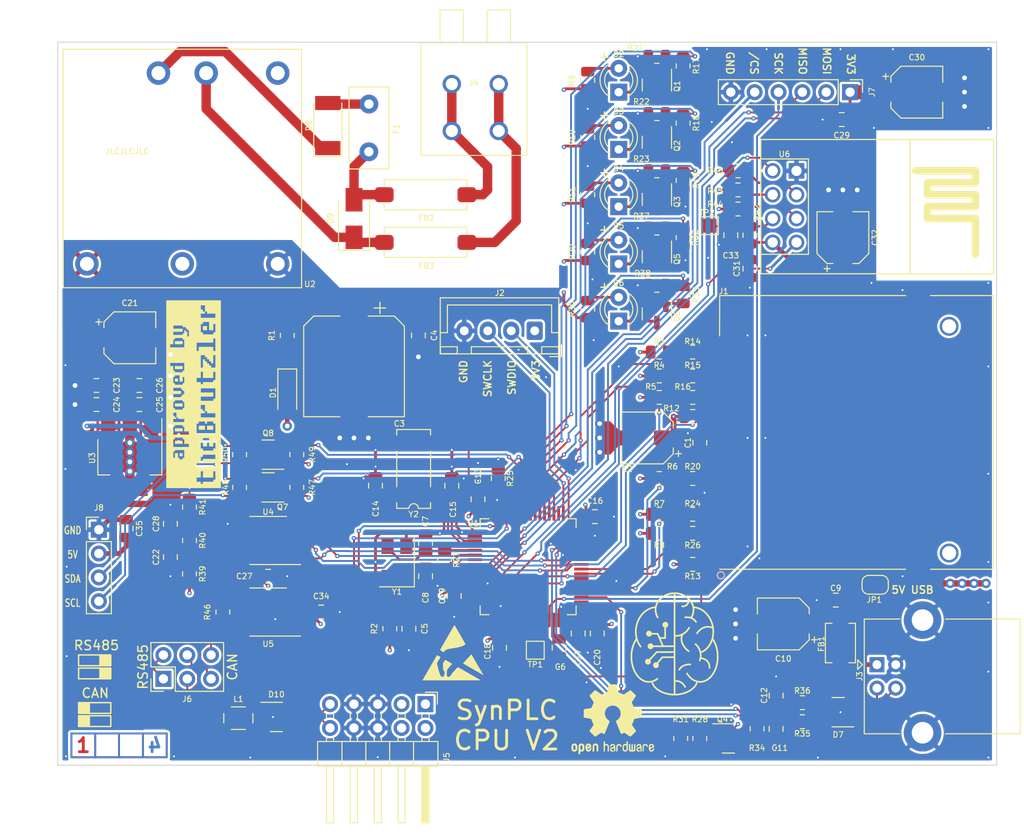
<source format=kicad_pcb>
(kicad_pcb (version 20211014) (generator pcbnew)
  (layers (0 "F.Cu" signal) (1 "In1.Cu" power) (2 "In2.Cu" power) (31 "B.Cu" signal) (34 "B.Paste" user) (35 "F.Paste" user) (36 "B.SilkS" user "B.Silkscreen") (37 "F.SilkS" user "F.Silkscreen") (38 "B.Mask" user) (39 "F.Mask" user) (44 "Edge.Cuts" user))
  (net 0 "")
  (net 1 "+3V3")
  (net 2 "GND")
  (net 3 "/VBAT")
  (net 4 "/RESET")
  (net 5 "Net-(C6-Pad1)")
  (net 6 "Net-(C7-Pad2)")
  (net 7 "Net-(C8-Pad2)")
  (net 8 "Net-(C10-Pad1)")
  (net 9 "Net-(C13-Pad2)")
  (net 10 "Net-(C14-Pad2)")
  (net 11 "+5V")
  (net 12 "/RS485+")
  (net 13 "/RS485-")
  (net 14 "/ESP_RST")
  (net 15 "Net-(D1-Pad1)")
  (net 16 "Net-(D2-Pad1)")
  (net 17 "Net-(D2-Pad2)")
  (net 18 "Net-(D3-Pad1)")
  (net 19 "Net-(D3-Pad2)")
  (net 20 "Net-(D4-Pad1)")
  (net 21 "Net-(D4-Pad2)")
  (net 22 "Net-(D5-Pad1)")
  (net 23 "Net-(D5-Pad2)")
  (net 24 "Net-(D6-Pad1)")
  (net 25 "Net-(D6-Pad2)")
  (net 26 "/D+")
  (net 27 "/D-")
  (net 28 "Net-(D8-Pad2)")
  (net 29 "/BUS+")
  (net 30 "/BUS-")
  (net 31 "Net-(D9-Pad2)")
  (net 32 "Net-(FB1-Pad1)")
  (net 33 "Net-(FB2-Pad1)")
  (net 34 "Net-(FB3-Pad1)")
  (net 35 "/SWDIO")
  (net 36 "/SWCLK")
  (net 37 "USB+")
  (net 38 "/_BUS-")
  (net 39 "/_BUS+")
  (net 40 "/CAN-")
  (net 41 "/CAN+")
  (net 42 "SPI2_MOSI")
  (net 43 "SPI2_MISO")
  (net 44 "SPI2_SCK")
  (net 45 "SPI_CS1")
  (net 46 "Net-(Q1-Pad1)")
  (net 47 "Net-(Q2-Pad1)")
  (net 48 "Net-(Q3-Pad1)")
  (net 49 "Net-(Q4-Pad1)")
  (net 50 "Net-(Q4-Pad3)")
  (net 51 "Net-(Q5-Pad1)")
  (net 52 "Net-(Q6-Pad1)")
  (net 53 "SDIO_D2")
  (net 54 "SDIO_D3")
  (net 55 "SDIO_CMD")
  (net 56 "SDIO_CK")
  (net 57 "SDIO_D0")
  (net 58 "SDIO_D1")
  (net 59 "Net-(J1-Pad1)")
  (net 60 "Net-(J1-Pad2)")
  (net 61 "SDIO_CardDetect")
  (net 62 "LED_ERROR")
  (net 63 "LED_RUN")
  (net 64 "LED_FLASH")
  (net 65 "Net-(J1-Pad5)")
  (net 66 "Net-(J1-Pad7)")
  (net 67 "Net-(J1-Pad8)")
  (net 68 "SDIO_WriteProtect")
  (net 69 "USB_Disconnect")
  (net 70 "LED_HEARTBEAT")
  (net 71 "LED_BOOT")
  (net 72 "Net-(J1-Pad9)")
  (net 73 "Net-(R25-Pad2)")
  (net 74 "Net-(R43-Pad2)")
  (net 75 "Net-(TP1-Pad1)")
  (net 80 "USART2_TX")
  (net 81 "USART2_RX")
  (net 82 "Net-(R44-Pad2)")
  (net 83 "Net-(R45-Pad2)")
  (net 93 "RS485_DIR")
  (net 94 "USART1_TX")
  (net 95 "USART1_RX")
  (net 97 "CAN_RX")
  (net 98 "CAN_TX")
  (net 101 "Net-(D8-Pad1)")
  (net 102 "Net-(D9-Pad1)")
  (net 105 "USB-")
  (net 106 "SDA")
  (net 107 "SCL")
  (net 108 "I2C1_SCL")
  (net 109 "I2C1_SDA")
  (footprint "Resistor_SMD:R_0805_2012Metric" (layer "F.Cu") (at 150.622 102.362)
    (fp_text reference "R12")
    (fp_text value "10k")
  )
  (footprint "Package_TO_SOT_SMD:SOT-23" (layer "F.Cu") (at 146.812 67.056 -90)
    (fp_text reference "Q1")
    (fp_text value "BSS138")
  )
  (footprint "Capacitor_SMD:C_0805_2012Metric" (layer "F.Cu") (at 91.694 101.092)
    (fp_text reference "C25")
    (fp_text value "100n")
  )
  (footprint "Capacitor_SMD:C_0805_2012Metric" (layer "F.Cu") (at 120.396 124.968 -90)
    (fp_text reference "C5")
    (fp_text value "100n")
  )
  (footprint "Package_TO_SOT_SMD:SOT-23" (layer "F.Cu") (at 146.812 73.152 -90)
    (fp_text reference "Q2")
    (fp_text value "BSS138")
  )
  (footprint "Resistor_SMD:R_0805_2012Metric" (layer "F.Cu") (at 108.458 109.916 -90)
    (fp_text reference "R47")
    (fp_text value "4k7")
  )
  (footprint "Capacitor_SMD:C_0805_2012Metric" (layer "F.Cu") (at 105.41 119.38)
    (fp_text reference "C27")
    (fp_text value "100n")
  )
  (footprint "Resistor_SMD:R_0805_2012Metric" (layer "F.Cu") (at 155.448 78.232)
    (fp_text reference "R43")
    (fp_text value "1k")
  )
  (footprint "Resistor_SMD:R_0805_2012Metric" (layer "F.Cu") (at 102.362 106.426 90)
    (fp_text reference "R50")
    (fp_text value "4k7")
  )
  (footprint "Capacitor_SMD:C_0805_2012Metric" (layer "F.Cu") (at 159.512 132.08 90)
    (fp_text reference "C12")
    (fp_text value "47p")
  )
  (footprint "TheBrutzlers_Lib:approved_theBrutzler" (layer "F.Cu") (at 97.462 99.99 90)
    (fp_text reference "G***" hide)
    (fp_text value "LOGO" hide)
  )
  (footprint "Capacitor_SMD:C_0805_2012Metric" (layer "F.Cu") (at 130.048 127 -90)
    (fp_text reference "C18")
    (fp_text value "100n")
  )
  (footprint "Resistor_SMD:R_0805_2012Metric" (layer "F.Cu") (at 150.622 108.966)
    (fp_text reference "R20")
    (fp_text value "22")
  )
  (footprint "TestPoint:TestPoint_Pad_1.5x1.5mm" (layer "F.Cu") (at 133.858 127.254)
    (fp_text reference "TP1")
    (fp_text value "TestPoint")
  )
  (footprint "Capacitor_SMD:C_0805_2012Metric" (layer "F.Cu") (at 138.43 125.476 -90)
    (fp_text reference "C17")
    (fp_text value "100n")
  )
  (footprint "Crystal:Crystal_SMD_5032-4Pin_5.0x3.2mm" (layer "F.Cu") (at 119.126 117.856 90)
    (fp_text reference "Y1")
    (fp_text value "12MHz")
  )
  (footprint "Resistor_SMD:R_0805_2012Metric" (layer "F.Cu") (at 147.066 98.044)
    (fp_text reference "R4")
    (fp_text value "10k")
  )
  (footprint "Resistor_SMD:R_0805_2012Metric" (layer "F.Cu") (at 149.606 77.216 90)
    (fp_text reference "R19")
    (fp_text value "10k")
  )
  (footprint "Capacitor_SMD:C_0805_2012Metric" (layer "F.Cu") (at 136.398 127 -90)
    (fp_text reference "C6")
    (fp_text value "4µ7")
  )
  (footprint "Resistor_SMD:R_0805_2012Metric" (layer "F.Cu") (at 149.606 83.312 90)
    (fp_text reference "R32")
    (fp_text value "10k")
  )
  (footprint "eigene:THN 10WIR" (layer "F.Cu") (at 83.566 88.646)
    (fp_text reference "U2")
    (fp_text value "THN 10-2411WIR")
  )
  (footprint "Resistor_SMD:R_0805_2012Metric" (layer "F.Cu") (at 150.622 118.11)
    (fp_text reference "R13")
    (fp_text value "10k")
  )
  (footprint "LED_THT:LED_D3.0mm" (layer "F.Cu") (at 142.748 67.823 90)
    (fp_text reference "D2")
    (fp_text value "LED")
  )
  (footprint "Capacitor_SMD:C_0805_2012Metric" (layer "F.Cu") (at 94.996 113.792 90)
    (fp_text reference "C28")
    (fp_text value "1n")
  )
  (footprint "Capacitor_SMD:C_0805_2012Metric" (layer "F.Cu") (at 124.968 109.728 -90)
    (fp_text reference "C13")
    (fp_text value "10p")
  )
  (footprint "Capacitor_SMD:CP_Elec_10x10.5" (layer "F.Cu") (at 114.554 97.028 -90)
    (fp_text reference "C3")
    (fp_text value "0.22F/5V")
  )
  (footprint "Capacitor_SMD:C_0805_2012Metric" (layer "F.Cu") (at 87.122 99.06 180)
    (fp_text reference "C23")
    (fp_text value "1µ")
  )
  (footprint "Resistor_SMD:R_0805_2012Metric" (layer "F.Cu") (at 147.066 100.33)
    (fp_text reference "R5")
    (fp_text value "10k")
  )
  (footprint "eigene:SMB-001" (layer "F.Cu") (at 166.362 126.49 -90)
    (fp_text reference "FB1")
    (fp_text value "SMB-001")
  )
  (footprint "Resistor_SMD:R_0805_2012Metric" (layer "F.Cu") (at 146.812 88.392)
    (fp_text reference "R38")
    (fp_text value "100k")
  )
  (footprint "Capacitor_SMD:C_0805_2012Metric" (layer "F.Cu") (at 90.276 114.3 90)
    (fp_text reference "C35")
    (fp_text value "1µ")
  )
  (footprint "LED_THT:LED_D3.0mm" (layer "F.Cu") (at 142.748 92.207 90)
    (fp_text reference "D6")
    (fp_text value "LED")
  )
  (footprint "Resistor_SMD:R_0805_2012Metric" (layer "F.Cu") (at 147.066 114.808)
    (fp_text reference "R8")
    (fp_text value "10k")
  )
  (footprint "Capacitor_SMD:C_0805_2012Metric" (layer "F.Cu") (at 94.996 117.348 90)
    (fp_text reference "C22")
    (fp_text value "1n")
  )
  (footprint "Symbol:ESD-Logo_6.6x6mm_SilkScreen" (layer "F.Cu") (at 125.095 127.508)
    (fp_text reference "REF**" hide)
    (fp_text value "ESD-Logo_6.6x6mm_SilkScreen" hide)
  )
  (footprint "Capacitor_SMD:C_0805_2012Metric" (layer "F.Cu") (at 122.174 119.38 90)
    (fp_text reference "C8")
    (fp_text value "20p")
  )
  (footprint "Package_TO_SOT_SMD:SOT-223-3_TabPin2" (layer "F.Cu") (at 90.678 106.68 -90)
    (fp_text reference "U3")
    (fp_text value "AP1117-33")
  )
  (footprint "Capacitor_SMD:CP_Elec_5x5.8" (layer "F.Cu") (at 160.274 124.46 180)
    (fp_text reference "C10")
    (fp_text value "10µ")
  )
  (footprint "Resistor_SMD:R_0805_2012Metric" (layer "F.Cu") (at 149.352 136.652 90)
    (fp_text reference "R31")
    (fp_text value "10k")
  )
  (footprint "Connector_PinHeader_2.54mm:PinHeader_2x03_P2.54mm_Vertical" (layer "F.Cu") (at 94.249 130.307 90)
    (fp_text reference "J6")
    (fp_text value "Conn_02x03_Odd_Even")
  )
  (footprint "Package_SO:SOIC-8_3.9x4.9mm_P1.27mm" (layer "F.Cu") (at 105.41 115.57 180)
    (fp_text reference "U4")
    (fp_text value "MAX485E")
  )
  (footprint "Resistor_SMD:R_0805_2012Metric" (layer "F.Cu") (at 124.206 117.602 -90)
    (fp_text reference "R27")
    (fp_text value "1M")
  )
  (footprint "Package_TO_SOT_SMD:SOT-23" (layer "F.Cu") (at 146.812 85.344 -90)
    (fp_text reference "Q5")
    (fp_text value "BSS138")
  )
  (footprint "Package_TO_SOT_SMD:SOT-23" (layer "F.Cu") (at 146.812 79.248 -90)
    (fp_text reference "Q3")
    (fp_text value "BSS138")
  )
  (footprint "Capacitor_SMD:CP_Elec_5x5.8" (layer "F.Cu") (at 166.624 83.312 90)
    (fp_text reference "C32")
    (fp_text value "10µ")
  )
  (footprint "Resistor_SMD:R_0805_2012Metric" (layer "F.Cu") (at 155.448 80.264)
    (fp_text reference "R44")
    (fp_text value "1k")
  )
  (footprint "Capacitor_SMD:C_0805_2012Metric" (layer "F.Cu") (at 165.862 121.92 180)
    (fp_text reference "C9")
    (fp_text value "100n")
  )
  (footprint "Capacitor_SMD:C_0805_2012Metric" (layer "F.Cu") (at 121.412 93.726 -90)
    (fp_text reference "C4")
    (fp_text value "100n")
  )
  (footprint "Diode_SMD:D_SMA" (layer "F.Cu") (at 114.554 81.28 90)
    (fp_text reference "D9")
    (fp_text value "P6SMB36")
  )
  (footprint "Crystal:Crystal_SMD_SeikoEpson_MC306-4Pin_8.0x3.2mm" (layer "F.Cu") (at 120.904 107.95 90)
    (fp_text reference "Y2")
    (fp_text value "32.768kHz")
  )
  (footprint "Resistor_SMD:R_0805_2012Metric" (layer "F.Cu") (at 149.606 89.408 90)
    (fp_text reference "R33")
    (fp_text value "10k")
  )
  (footprint "Symbol:OSHW-Logo2_9.8x8mm_SilkScreen" (layer "F.Cu") (at 142.113 134.62)
    (fp_text reference "REF**" hide)
    (fp_text value "OSHW-Logo2_9.8x8mm_SilkScreen" hide)
  )
  (footprint "Connector_USB:USB_B_Lumberg_2411_02_Horizontal" (layer "F.Cu") (at 170.2505 128.798)
    (fp_text reference "J3")
    (fp_text value "USB_B")
  )
  (footprint "Package_TO_SOT_SMD:SOT-23" (layer "F.Cu") (at 166.116 133.858 180)
    (fp_text reference "D7")
    (fp_text value "CDSOT23-T24-Q")
  )
  (footprint "Resistor_SMD:R_0805_2012Metric" (layer "F.Cu") (at 150.622 98.044)
    (fp_text reference "R15")
    (fp_text value "22")
  )
  (footprint "Capacitor_SMD:C_0805_2012Metric" (layer "F.Cu") (at 87.122 101.092 180)
    (fp_text reference "C24")
    (fp_text value "100n")
  )
  (footprint "Resistor_SMD:R_0805_2012Metric" (layer "F.Cu") (at 150.622 112.776)
    (fp_text reference "R24")
    (fp_text value "22")
  )
  (footprint "Resistor_SMD:R_0805_2012Metric" (layer "F.Cu") (at 155.448 76.2)
    (fp_text reference "R45")
    (fp_text value "1k")
  )
  (footprint "Resistor_SMD:R_0805_2012Metric" (layer "F.Cu") (at 97.028 115.57 90)
    (fp_text reference "R40")
    (fp_text value "120")
  )
  (footprint "eigene:SMB-002" (layer "F.Cu") (at 122.174 78.74)
    (fp_text reference "FB2")
    (fp_text value "SMB-002")
  )
  (footprint "Diode_SMD:D_MiniMELF" (layer "F.Cu") (at 107.442 99.85 -90)
    (fp_text reference "D1")
    (fp_text value "LL4148")
  )
  (footprint "Connector_PinHeader_2.54mm:PinHeader_1x04_P2.54mm_Vertical" (layer "F.Cu") (at 87.376 114.42)
    (fp_text reference "J8")
    (fp_text value "I2C")
  )
  (footprint "Resistor_SMD:R_0805_2012Metric" (layer "F.Cu") (at 129.921 108.966 -90)
    (fp_text reference "R25")
    (fp_text value "100")
  )
  (footprint "Capacitor_SMD:CP_Elec_5x5.8" (layer "F.Cu") (at 90.678 93.98)
    (fp_text reference "C21")
    (fp_text value "100µ")
  )
  (footprint "Capacitor_SMD:CP_Elec_5x5.8" (layer "F.Cu") (at 174.498 67.818)
    (fp_text reference "C30")
    (fp_text value "10µ")
  )
  (footprint "Resistor_SMD:R_0805_2012Metric" (layer "F.Cu") (at 100.584 123.19 90)
    (fp_text reference "R46")
    (fp_text value "120")
  )
  (footprint "Resistor_SMD:R_0805_2012Metric" (layer "F.Cu") (at 147.066 95.504)
    (fp_text reference "R3")
    (fp_text value "10k")
  )
  (footprint "eigene:SMB-002" (layer "F.Cu") (at 122.174 83.82)
    (fp_text reference "FB3")
    (fp_text value "SMB-002")
  )
  (footprint "eigene:SRF3225TAC" (layer "F.Cu") (at 100.383 135.895)
    (fp_text reference "L1")
    (fp_text value "SRF3225TAC-101Y")
  )
  (footprint "Resistor_SMD:R_0805_2012Metric" (layer "F.Cu") (at 157.48 135.636 -90)
    (fp_text reference "R34")
    (fp_text value "1k5")
  )
  (footprint "eigene:ladder_4" (layer "F.Cu") (at 84.006 142.138)
    (fp_text reference "")
    (fp_text value "")
  )
  (footprint "Resistor_SMD:R_0805_2012Metric" (layer "F.Cu") (at 151.384 136.652 -90)
    (fp_text reference "R28")
    (fp_text value "100k")
  )
  (footprint "Resistor_SMD:R_0805_2012Metric" (layer "F.Cu") (at 139.446 84.836 90)
    (fp_text reference "R29")
    (fp_text value "1k")
  )
  (footprint "Connector_JST:JST_XH_B4B-XH-A_1x04_P2.50mm_Vertical" (layer "F.Cu") (at 133.798 93.235 180)
    (fp_text reference "J2")
    (fp_text value "SWD")
  )
  (footprint "Resistor_SMD:R_0805_2012Metric" (layer "F.Cu") (at 107.442 93.726 90)
    (fp_text reference "R1")
    (fp_text value "100")
  )
  (footprint "Package_SO:SOIC-8_3.9x4.9mm_P1.27mm" (layer "F.Cu") (at 105.41 123.19 180)
    (fp_text reference "U5")
    (fp_text value "SN65HVD232")
  )
  (footprint "Resistor_SMD:R_0805_2012Metric" (layer "F.Cu") (at 146.812 64.008)
    (fp_text reference "R21")
    (fp_text value "100k")
  )
  (footprint "Resistor_SMD:R_0805_2012Metric" (layer "F.Cu") (at 118.364 124.968 90)
    (fp_text reference "R2")
    (fp_text value "10k")
  )
  (footprint "Capacitor_SMD:C_0805_2012Metric" (layer "F.Cu") (at 122.174 115.824 -90)
    (fp_text reference "C7")
    (fp_text value "20p")
  )
  (footprint "Jumper:SolderJumper-2_P1.3mm_Open_RoundedPad1.0x1.5mm" (layer "F.Cu") (at 170.062 120.29 180)
    (fp_text reference "JP1")
    (fp_text value "V_USB")
  )
  (footprint "Capacitor_SMD:C_0805_2012Metric" (layer "F.Cu") (at 91.694 99.06)
    (fp_text reference "C26")
    (fp_text value "1µ")
  )
  (footprint "Connector_PinHeader_2.54mm:PinHeader_2x05_P2.54mm_Horizontal" (layer "F.Cu") (at 122.16 133 -90)
    (fp_text reference "J5")
    (fp_text value "Conn_02x05_Odd_Even")
  )
  (footprint "Resistor_SMD:R_0805_2012Metric" (layer "F.Cu") (at 150.622 114.808)
    (fp_text reference "R26")
    (fp_text value "22")
  )
  (footprint "Package_TO_SOT_SMD:SOT-23" (layer "F.Cu") (at 106.28627 134.366)
    (fp_text reference "D10")
    (fp_text value "CDSOT23-T24-Q")
  )
  (footprint "LED_THT:LED_D3.0mm" (layer "F.Cu") (at 142.748 73.914 90)
    (fp_text reference "D3")
    (fp_text value "LED")
  )
  (footprint "Capacitor_SMD:C_0805_2012Metric" (layer "F.Cu") (at 159.512 135.636 -90)
    (fp_text reference "C11")
    (fp_text value "47p")
  )
  (footprint "Resistor_SMD:R_0805_2012Metric" (layer "F.Cu") (at 162.306 134.874 180)
    (fp_text reference "R35")
    (fp_text value "22")
  )
  (footprint "Resistor_SMD:R_0805_2012Metric" (layer "F.Cu") (at 147.066 112.776)
    (fp_text reference "R7")
    (fp_text value "10k")
  )
  (footprint "Resistor_SMD:R_0805_2012Metric" (layer "F.Cu") (at 139.446 90.932 90)
    (fp_text reference "R30")
    (fp_text value "1k")
  )
  (footprint "eigene:GSD09002SEU" (layer "F.Cu") (at 153.628503 96.409 90)
    (fp_text reference "J1")
    (fp_text value "GSD09002SEU" hide)
  )
  (footprint "Resistor_SMD:R_0805_2012Metric" (layer "F.Cu") (at 150.622 100.33)
    (fp_text reference "R16")
    (fp_text value "22")
  )
  (footprint "Connector_PinHeader_2.54mm:PinHeader_1x06_P2.54mm_Vertical" (layer "F.Cu") (at 167.386 67.818 -90)
    (fp_text reference "J7")
    (fp_text value "SPI Conn")
  )
  (footprint "Package_TO_SOT_SMD:SOT-23" (layer "F.Cu") (at 105.41 106.426 180)
    (fp_text reference "Q8")
    (fp_text value "BSS138")
  )
  (footprint "Capacitor_SMD:C_0805_2012Metric" (layer "F.Cu") (at 140.208 113.03)
    (fp_text reference "C16")
    (fp_text value "100n")
  )
  (footprint "LED_THT:LED_D3.0mm" (layer "F.Cu") (at 142.748 86.111 90)
    (fp_text reference "D5")
    (fp_text value "LED")
  )
  (footprint "Resistor_SMD:R_0805_2012Metric" (layer "F.Cu") (at 150.622 95.504)
    (fp_text reference "R14")
    (fp_text value "22")
  )
  (footprint "Resistor_SMD:R_0805_2012Metric" (layer "F.Cu") (at 162.306 132.842 180)
    (fp_text reference "R36")
    (fp_text value "22")
  )
  (footprint "Resistor_SMD:R_0805_2012Metric" (layer "F.Cu") (at 139.446 78.74 90)
    (fp_text reference "R11")
    (fp_text value "1k")
  )
  (footprint "Capacitor_SMD:C_0805_2012Metric" (layer "F.Cu") (at 166.497 70.739 180)
    (fp_text reference "C29")
    (fp_text value "100n")
  )
  (footprint "Diode_SMD:D_MELF" (layer "F.Cu") (at 111.76 71.374 90)
    (fp_text reference "D8")
    (fp_text value "SM4001")
  )
  (footprint "Capacitor_SMD:CP_Elec_5x5.8" (layer "F.Cu") (at 145.796 104.648 180)
    (fp_text reference "C2")
    (fp_text value "10µ")
  )
  (footprint "Resistor_SMD:R_0805_2012Metric" (layer "F.Cu") (at 149.606 71.12 90)
    (fp_text reference "R18")
    (fp_text value "10k")
  )
  (footprint "Package_TO_SOT_SMD:SOT-23" (layer "F.Cu") (at 105.41 109.916 180)
    (fp_text reference "Q7")
    (fp_text value "BSS138")
  )
  (footprint "Resistor_SMD:R_0805_2012Metric" (layer "F.Cu") (at 146.812 76.2)
    (fp_text reference "R23")
    (fp_text value "100k")
  )
  (footprint "Resistor_SMD:R_0805_2012Metric" (layer "F.Cu") (at 146.812 82.296)
    (fp_text reference "R37")
    (fp_text value "100k")
  )
  (footprint "eigene:logo" (layer "F.Cu") (at 148.717 126.619)
    (fp_text reference "G***" hide)
    (fp_text value "LOGO" hide)
  )
  (footprint "Resistor_SMD:R_0805_2012Metric" (layer "F.Cu") (at 146.812 70.104)
    (fp_text reference "R22")
    (fp_text value "100k")
  )
  (footprint "Capacitor_SMD:C_0805_2012Metric" (layer "F.Cu") (at 140.462 125.476 -90)
    (fp_text reference "C20")
    (fp_text value "4µ7")
  )
  (footprint "Package_TO_SOT_SMD:SOT-23" (layer "F.Cu") (at 154.432 136.652)
    (fp_text reference "Q4")
    (fp_text value "BC856")
  )
  (footprint "TestPoint:TestPoint_Pad_1.5x1.5mm" (layer "F.Cu") (at 152.4 82.042 -90)
    (fp_text reference "TP2")
    (fp_text value "TestPoint")
  )
  (footprint "Resistor_SMD:R_0805_2012Metric" (layer "F.Cu") (at 108.458 106.426 -90)
    (fp_text reference "R49")
    (fp_text value "4k7")
  )
  (footprint "Fuse:Fuse_Littelfuse_395Series" (layer "F.Cu") (at 116.142 69.088 -90)
    (fp_text reference "F1")
    (fp_text value "60R065XU")
  )
  (footprint "eigene:ESP-01" (layer "F.Cu") (at 157.87325 80.01)
    (fp_text reference "U6")
    (fp_text value "ESP-01")
  )
  (footprint "Resistor_SMD:R_0805_2012Metric" (layer "F.Cu") (at 149.606 65.024 90)
    (fp_text reference "R17")
    (fp_text value "10k")
  )
  (footprint "Package_QFP:LQFP-64_10x10mm_P0.5mm" (layer "F.Cu") (at 133.096 118.364)
    (fp_text reference "U1")
    (fp_text value "STM32F412RETx")
  )
  (footprint "Capacitor_SMD:C_0805_2012Metric" (layer "F.Cu") (at 116.84 109.728 -90)
    (fp_text reference "C14")
    (fp_text value "10p")
  )
  (footprint "Package_TO_SOT_SMD:SOT-23" (layer "F.Cu") (at 146.812 91.44 -90)
    (fp_text reference "Q6")
    (fp_text value "BSS138")
  )
  (footprint "Resistor_SMD:R_0805_2012Metric" (layer "F.Cu") (at 139.446 66.548 90)
    (fp_text reference "R9")
    (fp_text value "1k")
  )
  (footprint "Resistor_SMD:R_0805_2012Metric" (layer "F.Cu") (at 97.028 112.014 90)
    (fp_text reference "R41")
    (fp_text value "4k7")
  )
  (footprint "eigene:TBL00950002GY2GY" (layer "F.Cu") (at 124.968 71.952)
    (fp_text reference "J4")
    (fp_text value "24V_In" hide)
  )
  (footprint "Resistor_SMD:R_0805_2012Metric" (layer "F.Cu") (at 97.028 119.126 90)
    (fp_text reference "R39")
    (fp_text value "4k7")
  )
  (footprint "Resistor_SMD:R_0805_2012Metric" (layer "F.Cu") (at 147.066 108.966)
    (fp_text reference "R6")
    (fp_text value "10k")
  )
  (footprint "Capacitor_SMD:C_0805_2012Metric" (layer "F.Cu") (at 156.718 86.614 -90)
    (fp_text reference "C31")
    (fp_text value "100n")
  )
  (footprint "Capacitor_SMD:C_0805_2012Metric" (layer "F.Cu") (at 111.064 123.19)
    (fp_text reference "C34")
    (fp_text value "100n")
  )
  (footprint "Capacitor_SMD:C_0805_2012Metric" (layer "F.Cu") (at 151.384 105.156 90)
    (fp_text reference "C1")
    (fp_text value "100n")
  )
  (footprint "Capacitor_SMD:C_0805_2012Metric" (layer "F.Cu") (at 154.686 83.058 -90)
    (fp_text reference "C33")
    (fp_text value "100n")
  )
  (footprint "Capacitor_SMD:C_0805_2012Metric" (layer "F.Cu") (at 127.762 111.186 90)
    (fp_text reference "C15")
    (fp_text value "100n")
  )
  (footprint "Resistor_SMD:R_0805_2012Metric" (layer "F.Cu") (at 102.362 109.916 90)
    (fp_text reference "R48")
    (fp_text value "4k7")
  )
  (footprint "Capacitor_SMD:C_0805_2012Metric" (layer "F.Cu") (at 125.222 121.478 -90)
    (fp_text reference "C19")
    (fp_text value "100n")
  )
  (footprint "LED_THT:LED_D3.0mm" (layer "F.Cu") (at 142.748 80.015 90)
    (fp_text reference "D4")
    (fp_text value "LED")
  )
  (footprint "Resistor_SMD:R_0805_2012Metric" (layer "F.Cu") (at 156.718 83.058 90)
    (fp_text reference "R42")
    (fp_text value "10k")
  )
  (footprint "Resistor_SMD:R_0805_2012Metric" (layer "F.Cu") (at 139.446 72.644 90)
    (fp_text reference "R10")
    (fp_text value "1k")
  )
  (gr_rect (start 85.217 132.842) (end 86.36 133.985) (layer "F.SilkS") (width 0.15) (fill solid))
  (gr_rect (start 86.36 132.842) (end 88.646 133.985) (layer "F.SilkS") (width 0.15) (fill none))
  (gr_rect (start 87.503 130.302) (end 85.217 129.159) (layer "F.SilkS") (width 0.15) (fill none))
  (gr_rect (start 85.217 134.239) (end 86.36 135.382) (layer "F.SilkS") (width 0.15) (fill solid))
  (gr_rect (start 88.646 130.302) (end 87.503 129.159) (layer "F.SilkS") (width 0.15) (fill solid))
  (gr_rect (start 86.36 134.239) (end 88.646 135.382) (layer "F.SilkS") (width 0.15) (fill none))
  (gr_rect (start 87.503 128.905) (end 85.217 127.762) (layer "F.SilkS") (width 0.15) (fill none))
  (gr_rect (start 88.646 128.905) (end 87.503 127.762) (layer "F.SilkS") (width 0.15) (fill solid))
  (gr_line (start 83 139.5) (end 183 139.5) (layer "Edge.Cuts") (width 0.1))
  (gr_line (start 83 62.5) (end 83 139.5) (layer "Edge.Cuts") (width 0.1))
  (gr_line (start 183 139.5) (end 183 62.5) (layer "Edge.Cuts") (width 0.1))
  (gr_line (start 183 62.5) (end 83 62.5) (layer "Edge.Cuts") (width 0.1))
  (gr_text "3V3\n\nMOSI\n\nMISO\n\nSCK\n\n/CS\n\nGND" (at 161.036 66.04 270) (layer "F.SilkS") (effects (font (size 0.8 0.8)) (justify right)))
  (gr_text "GND\n\nSWCLK\n\nSWDIO\n\n3V3\n" (at 130.0734 96.266 90) (layer "F.SilkS") (effects (font (size 0.8 0.8)) (justify right)))
  (gr_text "GND\n\n5V\n\nSDA\n\nSCL" (at 84.582 118.364) (layer "F.SilkS") (effects (font (size 0.8 0.6) (thickness 0.12))))
  (gr_text "RS485" (at 87.122 126.746) (layer "F.SilkS") (effects (font (size 1 1))))
  (gr_text "+" (at 141.224 70.231) (layer "F.SilkS") (effects (font (size 1 1))))
  (gr_text "JLCJLCJLC" (at 90.3986 74.1172) (layer "F.SilkS") (effects (font (size 0.6 0.6) (thickness 0.1))))
  (gr_text "+" (at 141.224 88.519) (layer "F.SilkS") (effects (font (size 1 1))))
  (gr_text "RS485" (at 92.075 129.032 90) (layer "F.SilkS") (effects (font (size 1 1))))
  (gr_text "+" (at 141.224 82.423) (layer "F.SilkS") (effects (font (size 1 1))))
  (gr_text "CAN" (at 86.995 131.826) (layer "F.SilkS") (effects (font (size 1 1))))
  (gr_text "SynPLC\nCPU V2" (at 130.81 135.255) (layer "F.SilkS") (effects (font (size 2 2) (thickness 0.3))))
  (gr_text "5V USB" (at 174.0408 120.8278) (layer "F.SilkS") (effects (font (size 0.8 0.8))))
  (gr_text "+" (at 141.224 76.327) (layer "F.SilkS") (effects (font (size 1 1))))
  (gr_text "+" (at 141.224 64.008) (layer "F.SilkS") (effects (font (size 1 1))))
  (gr_text "CAN" (at 101.6 129.032 90) (layer "F.SilkS") (effects (font (size 1 1))))
  (segment (start 146.1535 114.808) (end 145.034 114.808) (width 0.3) (layer "F.Cu") (net 1))
  (segment (start 108.4205 107.376) (end 108.458 107.3385) (width 0.2) (layer "F.Cu") (net 1))
  (segment (start 154.5355 80.264) (end 153.416 80.264) (width 0.3) (layer "F.Cu") (net 1))
  (segment (start 150.312 106.015) (end 151.293 106.015) (width 0.6) (layer "F.Cu") (net 1))
  (segment (start 127.421 120.614) (end 125.308 120.614) (width 0.3) (layer "F.Cu") (net 1))
  (segment (start 107.885 122.555) (end 109.479 122.555) (width 0.3) (layer "F.Cu") (net 1))
  (segment (start 129.346 112.689) (end 128.691 112.689) (width 0.3) (layer "F.Cu") (net 1))
  (segment (start 90.678 107.188) (end 90.678 106.172) (width 1) (layer "F.Cu") (net 1))
  (segment (start 153.4945 137.0815) (end 155.448 135.128) (width 0.2) (layer "F.Cu") (net 1))
  (segment (start 90.678 105.156) (end 90.678 103.53) (width 1) (layer "F.Cu") (net 1))
  (segment (start 148.59 102.362) (end 148.59 104.054) (width 0.6) (layer "F.Cu") (net 1))
  (segment (start 90.678 109.83) (end 90.678 108.204) (width 1) (layer "F.Cu") (net 1))
  (segment (start 153.4945 137.602) (end 153.4945 137.0815) (width 0.2) (layer "F.Cu") (net 1))
  (segment (start 128.966 126.05) (end 128.778 126.238) (width 0.3) (layer "F.Cu") (net 1))
  (segment (start 118.364 125.8805) (end 118.364 127.254) (width 0.3) (layer "F.Cu") (net 1))
  (segment (start 108.458 107.3385) (end 109.6245 107.3385) (width 0.2) (layer "F.Cu") (net 1))
  (segment (start 106.3475 107.376) (end 108.4205 107.376) (width 0.2) (layer "F.Cu") (net 1))
  (segment (start 110.114 123.576) (end 110.998 124.46) (width 0.3) (layer "F.Cu") (net 1))
  (segment (start 167.386 67.818) (end 167.386 70.678) (width 0.3) (layer "F.Cu") (net 1))
  (segment (start 147.996 104.648) (end 148.945 104.648) (width 0.6) (layer "F.Cu") (net 1))
  (segment (start 149.7095 118.11) (end 148.59 118.11) (width 0.3) (layer "F.Cu") (net 1))
  (segment (start 159.14325 83.82) (end 156.8685 83.82) (width 0.3) (layer "F.Cu") (net 1))
  (segment (start 148.59 104.054) (end 147.996 104.648) (width 0.3) (layer "F.Cu") (net 1))
  (segment (start 139.258 111.826) (end 139.192 111.76) (width 0.3) (layer "F.Cu") (net 1))
  (segment (start 108.458 110.8285) (end 109.5585 110.8285) (width 0.2) (layer "F.Cu") (net 1))
  (segment (start 136.846 124.039) (end 137.501 124.039) (width 0.3) (layer "F.Cu") (net 1))
  (segment (start 137.501 124.039) (end 137.988 124.526) (width 0.3) (layer "F.Cu") (net 1))
  (segment (start 148.945 104.648) (end 150.312 106.015) (width 0.6) (layer "F.Cu") (net 1))
  (segment (start 137.988 124.526) (end 140.462 124.526) (width 0.3) (layer "F.Cu") (net 1))
  (segment (start 154.5355 76.2) (end 153.416 76.2) (width 0.3) (layer "F.Cu") (net 1))
  (segment (start 138.771 113.517) (end 139.258 113.03) (width 0.3) (layer "F.Cu") (net 1))
  (segment (start 151.384 137.5645) (end 153.457 137.5645) (width 0.2) (layer "F.Cu") (net 1))
  (segment (start 124.836 120.528) (end 123.952 121.412) (width 0.3) (layer "F.Cu") (net 1))
  (segment (start 130.346 124.039) (end 130.346 125.752) (width 0.3) (layer "F.Cu") (net 1))
  (segment (start 156.718 85.664) (end 156.718 83.9705) (width 0.3) (layer "F.Cu") (net 1))
  (segment (start 154.5355 78.232) (end 153.416 78.232) (width 0.3) (layer "F.Cu") (net 1))
  (segment (start 146.1535 108.966) (end 145.034 108.966) (width 0.3) (layer "F.Cu") (net 1))
  (segment (start 146.1535 98.044) (end 145.034 98.044) (width 0.3) (layer "F.Cu") (net 1))
  (segment (start 125.222 120.528) (end 124.836 120.528) (width 0.3) (layer "F.Cu") (net 1))
  (segment (start 125.308 120.614) (end 125.222 120.528) (width 0.3) (layer "F.Cu") (net 1))
  (segment (start 166.624 85.512) (end 160.83525 85.512) (width 0.5) (layer "F.Cu") (net 1))
  (segment (start 103.378 119.38) (end 102.87 118.872) (width 0.3) (layer "F.Cu") (net 1))
  (segment (start 127.616 112.136) (end 127.762 112.136) (width 0.3) (layer "F.Cu") (net 1))
  (segment (start 90.678 108.204) (end 90.678 107.188) (width 1) (layer "F.Cu") (net 1))
  (segment (start 130.346 125.752) (end 130.048 126.05) (width 0.3) (layer "F.Cu") (net 1))
  (segment (start 151.384 106.106) (end 153.081504 106.106) (width 0.6) (layer "F.Cu") (net 1))
  (segment (start 110.114 123.19) (end 110.114 123.576) (width 0.3) (layer "F.Cu") (net 1))
  (segment (start 172.298 67.818) (end 167.386 67.818) (width 1.5) (layer "F.Cu") (net 1))
  (segment (start 160.83525 85.512) (end 159.14325 83.82) (width 0.5) (layer "F.Cu") (net 1))
  (segment (start 141.92 124.526) (end 141.986 124.46) (width 0.3) (layer "F.Cu") (net 1))
  (segment (start 104.46 119.446) (end 105.41 120.396) (width 0.3) (layer "F.Cu") (net 1))
  (segment (start 139.258 113.03) (end 139.258 111.826) (width 0.3) (layer "F.Cu") (net 1))
  (segment (start 109.6245 107.3385) (end 109.728 107.442) (width 0.2) (layer "F.Cu") (net 1))
  (segment (start 146.1535 100.33) (end 145.034 100.33) (width 0.3) (layer "F.Cu") (net 1))
  (segment (start 138.771 114.614) (end 138.771 113.517) (width 0.3) (layer "F.Cu") (net 1))
  (segment (start 156.8685 83.82) (end 156.718 83.9705) (width 0.3) (layer "F.Cu") (net 1))
  (segment (start 102.87 117.54) (end 102.935 117.475) (width 0.3) (layer "F.Cu") (net 1))
  (segment (start 128.138 112.136) (end 127.762 112.136) (width 0.3) (layer "F.Cu") (net 1))
  (segment (start 109.5585 110.8285) (end 109.728 110.998) (width 0.2) (layer "F.Cu") (net 1))
  (segment (start 104.46 119.38) (end 104.46 119.446) (width 0.3) (layer "F.Cu") (net 1))
  (segment (start 153.457 137.5645) (end 153.4945 137.602) (width 0.2) (layer "F.Cu") (net 1))
  (segment (start 90.678 106.172) (end 90.678 105.156) (width 1) (layer "F.Cu") (net 1))
  (segment (start 126.762 112.99) (end 127.616 112.136) (width 0.3) (layer "F.Cu") (net 1))
  (segment (start 97.028 120.0385) (end 97.028 121.158) (width 0.3) (layer "F.Cu") (net 1))
  (segment (start 108.4205 110.866) (end 108.458 110.8285) (width 0.2) (layer "F.Cu") (net 1))
  (segment (start 153.081504 106.106) (end 153.628503 105.559001) (width 0.6) (layer "F.Cu") (net 1))
  (segment (start 128.691 112.689) (end 128.138 112.136) (width 0.3) (layer "F.Cu") (net 1))
  (segment (start 90.744 103.464) (end 90.678 103.53) (width 1) (layer "F.Cu") (net 1))
  (segment (start 149.7095 102.362) (end 148.59 102.362) (width 0.3) (layer "F.Cu") (net 1))
  (segment (start 146.1535 95.504) (end 145.034 95.504) (width 0.3) (layer "F.Cu") (net 1))
  (segment (start 90.744 99.06) (end 90.744 103.464) (width 1) (layer "F.Cu") (net 1))
  (segment (start 102.87 118.872) (end 102.87 117.54) (width 0.3) (layer "F.Cu") (net 1))
  (segment (start 146.1535 112.776) (end 145.034 112.776) (width 0.3) (layer "F.Cu") (net 1))
  (segment (start 106.3475 110.866) (end 108.4205 110.866) (width 0.2) (layer "F.Cu") (net 1))
  (segment (start 140.462 124.526) (end 141.92 124.526) (width 0.3) (layer "F.Cu") (net 1))
  (segment (start 107.442 101.6) (end 107.442 103.378) (width 0.5) (layer "F.Cu") (net 1))
  (segment (start 109.479 122.555) (end 110.114 123.19) (width 0.3) (layer "F.Cu") (net 1))
  (segment (start 104.46 119.38) (end 103.378 119.38) (width 0.3) (layer "F.Cu") (net 1))
  (segment (start 130.048 126.05) (end 128.966 126.05) (width 0.3) (layer "F.Cu") (net 1))
  (via (at 145.034 100.33) (size 0.46) (drill 0.2) (layers "F.Cu" "B.Cu") (net 1))
  (via (at 145.034 112.776) (size 0.46) (drill 0.2) (layers "F.Cu" "B.Cu") (net 1))
  (via (at 109.728 110.998) (size 0.46) (drill 0.2) (layers "F.Cu" "B.Cu") (net 1))
  (via (at 145.034 108.966) (size 0.46) (drill 0.2) (layers "F.Cu" "B.Cu") (net 1))
  (via (at 90.678 107.188) (size 1) (drill 0.5) (layers "F.Cu" "B.Cu") (net 1))
  (via (at 145.034 114.808) (size 0.46) (drill 0.2) (layers "F.Cu" "B.Cu") (net 1))
  (via (at 90.678 108.204) (size 1) (drill 0.5) (layers "F.Cu" "B.Cu") (net 1))
  (via (at 153.416 80.264) (size 0.46) (drill 0.2) (layers "F.Cu" "B.Cu") (net 1))
  (via (at 90.678 106.172) (size 1) (drill 0.5) (layers "F.Cu" "B.Cu") (net 1))
  (via (at 139.192 111.76) (size 0.46) (drill 0.2) (layers "F.Cu" "B.Cu") (net 1))
  (via (at 148.59 102.362) (size 0.46) (drill 0.2) (layers "F.Cu" "B.Cu") (net 1))
  (via (at 118.364 127.254) (size 0.46) (drill 0.2) (layers "F.Cu" "B.Cu") (net 1))
  (via (at 145.034 95.504) (size 0.46) (drill 0.2) (layers "F.Cu" "B.Cu") (net 1))
  (via (at 109.728 107.442) (size 0.46) (drill 0.2) (layers "F.Cu" "B.Cu") (net 1))
  (via (at 141.986 124.46) (size 0.46) (drill 0.2) (layers "F.Cu" "B.Cu") (net 1))
  (via (at 110.998 124.46) (size 0.46) (drill 0.2) (layers "F.Cu" "B.Cu") (net 1))
  (via (at 145.034 98.044) (size 0.46) (drill 0.2) (layers "F.Cu" "B.Cu") (net 1))
  (via (at 105.41 120.396) (size 0.46) (drill 0.2) (layers "F.Cu" "B.Cu") (net 1))
  (via (at 153.416 76.2) (size 0.46) (drill 0.2) (layers "F.Cu" "B.Cu") (net 1))
  (via (at 107.442 103.378) (size 1) (drill 0.5) (layers "F.Cu" "B.Cu") (net 1))
  (via (at 155.448 135.128) (size 0.46) (drill 0.2) (layers "F.Cu" "B.Cu") (net 1))
  (via (at 153.416 78.232) (size 0.46) (drill 0.2) (layers "F.Cu" "B.Cu") (net 1))
  (via (at 90.678 105.156) (size 1) (drill 0.5) (layers "F.Cu" "B.Cu") (net 1))
  (via (at 123.952 121.412) (size 0.46) (drill 0.2) (layers "F.Cu" "B.Cu") (net 1))
  (via (at 128.778 126.238) (size 0.46) (drill 0.2) (layers "F.Cu" "B.Cu") (net 1))
  (via (at 97.028 121.158) (size 0.46) (drill 0.2) (layers "F.Cu" "B.Cu") (net 1))
  (via (at 126.762 112.99) (size 0.46) (drill 0.2) (layers "F.Cu" "B.Cu") (net 1))
  (via (at 148.59 118.11) (size 0.46) (drill 0.2) (layers "F.Cu" "B.Cu") (net 1))
  (segment (start 123.632 114.874) (end 123.698 114.808) (width 0.3) (layer "F.Cu") (net 2))
  (segment (start 116.078 104.648) (end 116.078 103.632) (width 0.5) (layer "F.Cu") (net 2))
  (segment (start 159.512 131.13) (end 159.512 130.048) (width 0.2) (layer "F.Cu") (net 2))
  (segment (start 145.862 78.3105) (end 145.862 76.2375) (width 0.3) (layer "F.Cu") (net 2))
  (segment (start 140.716 103.124) (end 141.732 103.124) (width 0.5) (layer "F.Cu") (net 2))
  (segment (start 126.137 109.067) (end 126.137 112.215) (width 0.25) (layer "F.Cu") (net 2))
  (segment (start 86.172 101.092) (end 84.836 101.092) (width 0.5) (layer "F.Cu") (net 2))
  (segment (start 145.862 70.1415) (end 145.8995 70.104) (width 0.3) (layer "F.Cu") (net 2))
  (segment (start 121.158 120.904) (end 118.11 120.904) (width 0.3) (layer "F.Cu") (net 2))
  (segment (start 121.732 120.33) (end 121.158 120.904) (width 0.3) (layer "F.Cu") (net 2))
  (segment (start 120.142 114.808) (end 122.108 114.808) (width 0.3) (layer "F.Cu") (net 2))
  (segment (start 174.638501 90.059002) (end 174.133002 90.059002) (width 0.3) (layer "F.Cu") (net 2))
  (segment (start 168.148 78.232) (end 168.148 79.248) (width 0.5) (layer "F.Cu") (net 2))
  (segment (start 155.194 124.46) (end 155.194 122.936) (width 0.5) (layer "F.Cu") (net 2))
  (segment (start 127.762 110.236) (end 127.762 109.22) (width 0.3) (layer "F.Cu") (net 2))
  (segment (start 168.148 79.248) (end 166.624 80.772) (width 0.5) (layer "F.Cu") (net 2))
  (segment (start 113.03 104.648) (end 113.03 103.632) (width 0.5) (layer "F.Cu") (net 2))
  (segment (start 179.578 67.818) (end 179.578 66.294) (width 0.5) (layer "F.Cu") (net 2))
  (segment (start 90.276 113.35) (end 88.446 113.35) (width 0.5) (layer "F.Cu") (net 2))
  (segment (start 151.731 103.859) (end 151.384 104.206) (width 0.3) (layer "F.Cu") (net 2))
  (segment (start 123.378 120.33) (end 123.444 120.396) (width 0.3) (layer "F.Cu") (net 2))
  (segment (start 145.8995 88.392) (end 144.78 88.392) (width 0.3) (layer "F.Cu") (net 2))
  (segment (start 145.8995 76.2) (end 144.78 76.2) (width 0.3) (layer "F.Cu") (net 2))
  (segment (start 115.57 110.998) (end 116.787 112.215) (width 0.25) (layer "F.Cu") (net 2))
  (segment (start 94.996 118.298) (end 94.996 119.38) (width 0.2) (layer "F.Cu") (net 2))
  (segment (start 116.84 105.918) (end 117.558 105.2) (width 0.3) (layer "F.Cu") (net 2))
  (segment (start 120.126 114.824) (end 120.142 114.808) (width 0.3) (layer "F.Cu") (net 2))
  (segment (start 124.968 108.778) (end 126.05 108.778) (width 0.3) (layer "F.Cu") (net 2))
  (segment (start 129.846 122.884) (end 129.846 124.039) (width 0.2) (layer "F.Cu") (net 2))
  (segment (start 114.554 102.108) (end 114.554 101.228) (width 0.5) (layer "F.Cu") (net 2))
  (segment (start 106.36 119.38) (end 107.442 119.38) (width 0.2) (layer "F.Cu") (net 2))
  (segment (start 154.686 84.008) (end 153.482 84.008) (width 0.3) (layer "F.Cu") (net 2))
  (segment (start 145.862 72.2145) (end 145.862 70.1415) (width 0.3) (layer "F.Cu") (net 2))
  (segment (start 136.346 122.906039) (end 136.619311 122.632728) (width 0.2) (layer "F.Cu") (net 2))
  (segment (start 153.628503 103.859) (end 151.731 103.859) (width 0.3) (layer "F.Cu") (net 2))
  (segment (start 123.58596 112.215) (end 124.143 112.77204) (width 0.25) (layer "F.Cu") (net 2))
  (segment (start 140.716 104.648) (end 140.716 103.124) (width 0.5) (layer "F.Cu") (net 2))
  (segment (start 144.136 104.648) (end 140.716 104.648) (width 0.5) (layer "F.Cu") (net 2))
  (segment (start 118.126 119.506) (end 118.126 120.888) (width 0.3) (layer "F.Cu") (net 2))
  (segment (start 126.137 112.215) (end 125.462 112.89) (width 0.25) (layer "F.Cu") (net 2))
  (segment (start 122.108 114.808) (end 122.174 114.874) (width 0.3) (layer "F.Cu") (net 2))
  (segment (start 151.923 110.459) (end 151.892 110.49) (width 0.3) (layer "F.Cu") (net 2))
  (segment (start 136.398 127.95) (end 136.398 129.032) (width 0.3) (layer "F.Cu") (net 2))
  (segment (start 165.1 78.232) (end 165.1 79.248) (width 0.5) (layer "F.Cu") (net 2))
  (segment (start 145.8995 70.104) (end 144.78 70.104) (width 0.3) (layer "F.Cu") (net 2))
  (segment (start 86.172 99.06) (end 84.836 99.06) (width 0.5) (layer "F.Cu") (net 2))
  (segment (start 145.862 84.4065) (end 145.862 82.3335) (width 0.3) (layer "F.Cu") (net 2))
  (segment (start 102.935 113.665) (end 101.219 113.665) (width 0.2) (layer "F.Cu") (net 2))
  (segment (start 136.346 124.039) (end 136.346 122.906039) (width 0.2) (layer "F.Cu") (net 2))
  (segment (start 145.862 82.3335) (end 145.8995 82.296) (width 0.3) (layer "F.Cu") (net 2))
  (segment (start 138.43 126.426) (end 138.43 126.492) (width 0.3) (layer "F.Cu") (net 2))
  (segment (start 138.771 115.114) (end 140.156 115.114) (width 0.2) (layer "F.Cu") (net 2))
  (segment (start 174.295001 118.058999) (end 172.974 119.38) (width 0.3) (layer "F.Cu") (net 2))
  (segment (start 118.126 120.888) (end 118.11 120.904) (width 0.3) (layer "F.Cu") (net 2))
  (segment (start 122.174 114.874) (end 123.632 114.874) (width 0.3) (layer "F.Cu") (net 2))
  (segment (start 116.787 112.215) (end 123.58596 112.215) (width 0.25) (layer "F.Cu") (net 2))
  (segment (start 107.22377 134.366) (end 105.918 134.366) (width 0.2) (layer "F.Cu") (net 2))
  (segment (start 124.143 112.77204) (end 124.143 114.363) (width 0.25) (layer "F.Cu") (net 2))
  (segment (start 114.554 101.228) (end 114.554 104.648) (width 0.5) (layer "F.Cu") (net 2))
  (segment (start 141.732 103.124) (end 143.256 104.648) (width 0.5) (layer "F.Cu") (net 2))
  (segment (start 178.562 69.342) (end 177.038 67.818) (width 0.5) (layer "F.Cu") (net 2))
  (segment (start 116.84 115.316) (end 117.348 114.808) (width 0.3) (layer "F.Cu") (net 2))
  (segment (start 118.11 120.904) (end 117.348 120.904) (width 0.3) (layer "F.Cu") (net 2))
  (segment (start 145.862 90.5025) (end 145.862 88.4295) (width 0.3) (layer "F.Cu") (net 2))
  (segment (start 116.84 108.778) (end 115.758 108.778) (width 0.3) (layer "F.Cu") (net 2))
  (segment (start 130.048 127.95) (end 130.048 129.032) (width 0.3) (layer "F.Cu") (net 2))
  (segment (start 126.05 108.778) (end 126.238 108.966) (width 0.3) (layer "F.Cu") (net 2))
  (segment (start 174.638501 118.058999) (end 174.295001 118.058999) (width 0.3) (layer "F.Cu") (net 2))
  (segment (start 94.996 112.842) (end 94.996 111.76) (width 0.2) (layer "F.Cu") (net 2))
  (segment (start 121.412 94.676) (end 121.412 96.012) (width 0.5) (layer "F.Cu") (net 2))
  (segment (start 117.558 105.2) (end 119.304 105.2) (width 0.3) (layer "F.Cu") (net 2))
  (segment (start 124.143 114.363) (end 123.698 114.808) (width 0.25) (layer "F.Cu") (net 2))
  (segment (start 143.256 104.648) (end 143.596 104.648) (width 0.5) (layer "F.Cu") (net 2))
  (segment (start 122.174 120.33) (end 123.378 120.33) (width 0.3) (layer "F.Cu") (net 2))
  (segment (start 140.462 126.492) (end 139.446 127.508) (width 0.3) (layer "F.Cu") (net 2))
  (segment (start 125.222 122.428) (end 125.222 123.698) (width 0.3) (layer "F.Cu") (net 2))
  (segment (start 179.578 69.342) (end 178.562 69.342) (width 0.5) (layer "F.Cu") (net 2))
  (segment (start 140.716 104.648) (end 140.716 106.172) (width 0.5) (layer "F.Cu") (net 2))
  (segment (start 117.348 114.808) (end 120.142 114.808) (width 0.3) (layer "F.Cu") (net 2))
  (segment (start 120.396 125.918) (end 120.396 127.254) (width 0.3) (layer "F.Cu") (net 2))
  (segment (start 124.25 105.2) (end 119.304 105.2) (width 0.3) (layer "F.Cu") (net 2))
  (segment (start 155.194 122.936) (end 156.21 122.936) (width 0.5) (layer "F.Cu") (net 2))
  (segment (start 145.862 66.1185) (end 145.862 64.0455) (width 0.3) (layer "F.Cu") (net 2))
  (segment (start 155.194 124.46) (end 155.194 125.984) (width 0.5) (layer "F.Cu") (net 2))
  (segment (start 126.238 108.966) (end 126.137 109.067) (width 0.25) (layer "F.Cu") (net 2))
  (segment (start 156.21 125.984) (end 157.734 124.46) (width 0.5) (layer "F.Cu") (net 2))
  (segment (start 153.482 84.008) (end 153.416 84.074) (width 0.3) (layer "F.Cu") (net 2))
  (segment (start 117.348 120.904) (end 116.84 120.396) (width 0.3) (layer "F.Cu") (net 2))
  (segment (start 176.158 67.818) (end 179.578 67.818) (width 0.5) (layer "F.Cu") (net 2))
  (segment (start 174.133002 90.059002) (end 172.974 88.9) (width 0.3) (layer "F.Cu") (net 2))
  (segment (start 153.628503 110.459) (end 151.923 110.459) (width 0.3) (layer "F.Cu") (net 2))
  (segment (start 141.158 113.03) (end 142.24 113.03) (width 0.3) (layer "F.Cu") (net 2))
  (segment (start 140.156 115.114) (end 140.208 115.062) (width 0.2) (layer "F.Cu") (net 2))
  (segment (start 138.43 126.492) (end 139.446 127.508) (width 0.3) (layer "F.Cu") (net 2))
  (segment (start 124.968 105.918) (end 124.25 105.2) (width 0.3) (layer "F.Cu") (net 2))
  (segment (start 179.578 66.294) (end 178.562 66.294) (width 0.5) (layer "F.Cu") (net 2))
  (segment (start 112.014 123.19) (end 113.03 123.19) (width 0.2) (layer "F.Cu") (net 2))
  (segment (start 150.18 104.206) (end 150.114 104.14) (width 0.3) (layer "F.Cu") (net 2))
  (segment (start 151.384 104.206) (end 150.18 104.206) (width 0.3) (layer "F.Cu") (net 2))
  (segment (start 141.732 106.172) (end 143.256 104.648) (width 0.5) (layer "F.Cu") (net 2))
  (segment (start 178.562 66.294) (end 177.038 67.818) (width 0.5) (layer "F.Cu") (net 2))
  (segment (start 124.968 107.696) (end 124.968 105.918) (width 0.3) (layer "F.Cu") (net 2))
  (segment (start 156.21 122.936) (end 157.734 124.46) (width 0.5) (layer "F.Cu") (net 2))
  (segment (start 165.1 79.248) (end 166.624 80.772) (width 0.5) (layer "F.Cu") (net 2))
  (segment (start 114.554 104.648) (end 113.03 104.648) (width 0.5) (layer "F.Cu") (net 2))
  (segment (start 116.84 117.856) (end 116.84 115.316) (width 0.3) (layer "F.Cu") (net 2))
  (segment (start 115.57 108.966) (end 115.57 110.998) (width 0.25) (layer "F.Cu") (net 2))
  (segment (start 145.862 64.0455) (end 145.8995 64.008) (width 0.3) (layer "F.Cu") (net 2))
  (segment (start 127.421 120.114) (end 128.75 120.114) (width 0.2) (layer "F.Cu") (net 2))
  (segment (start 128.75 120.114) (end 128.778 120.142) (width 0.2) (layer "F.Cu") (net 2))
  (segment (start 166.624 78.232) (end 168.148 78.232) (width 0.5) (layer "F.Cu") (net 2))
  (segment (start 122.174 120.33) (end 121.732 120.33) (width 0.3) (layer "F.Cu") (net 2))
  (segment (start 115.824 103.378) (end 114.554 102.108) (width 0.5) (layer "F.Cu") (net 2))
  (segment (start 120.126 116.206) (end 120.126 114.824) (width 0.3) (layer "F.Cu") (net 2))
  (segment (start 107.885 123.825) (end 106.299 123.825) (width 0.2) (layer "F.Cu") (net 2))
  (segment (start 166.624 81.652) (end 166.624 78.232) (width 0.5) (layer "F.Cu") (net 2))
  (segment (start 124.968 108.778) (end 124.968 107.696) (width 0.3) (layer "F.Cu") (net 2))
  (segment (start 165.547 70.739) (end 164.465 70.739) (width 0.2) (layer "F.Cu") (net 2))
  (segment (start 106.299 123.825) (end 106.172 123.952) (width 0.2) (layer "F.Cu") (net 2))
  (segment (start 101.219 113.665) (end 101.092 113.792) (width 0.2) (layer "F.Cu") (net 2))
  (segment (start 125.462 114.09) (end 126.062 114.69) (width 0.25) (layer "F.Cu") (net 2))
  (segment (start 129.846 111.304) (end 129.794 111.252) (width 0.2) (layer "F.Cu") (net 2))
  (segment (start 166.624 78.232) (end 165.1 78.232) (width 0.5) (layer "F.Cu") (net 2))
  (segment (start 116.84 107.696) (end 116.84 105.918) (width 0.3) (layer "F.Cu") (net 2))
  (segment (start 116.84 108.778) (end 116.84 107.696) (width 0.3) (layer "F.Cu") (net 2))
  (segment (start 164.912 121.92) (end 163.83 121.92) (width 0.2) (layer "F.Cu") (net 2))
  (segment (start 116.078 103.632) (end 115.824 103.378) (width 0.5) (layer "F.Cu") (net 2))
  (segment (start 130.175 122.555) (end 129.846 122.884) (width 0.2) (layer "F.Cu") (net 2))
  (segment (start 159.512 136.586) (end 159.512 137.668) (width 0.2) (layer "F.Cu") (net 2))
  (segment (start 145.8995 64.008) (end 144.78 64.008) (width 0.3) (layer "F.Cu") (net 2))
  (segment (start 114.554 104.648) (end 116.078 104.648) (width 0.5) (layer "F.Cu") (net 2))
  (segment (start 97.028 111.1015) (end 97.028 109.982) (width 0.2) (layer "F.Cu") (net 2))
  (segment (start 165.1785 133.858) (end 166.37 133.858) (width 0.2) (layer "F.Cu") (net 2))
  (segment (start 145.8995 82.296) (end 144.78 82.296) (width 0.3) (layer "F.Cu") (net 2))
  (segment (start 115.758 108.778) (end 115.57 108.966) (width 0.3) (layer "F.Cu") (net 2))
  (segment (start 155.194 125.984) (end 156.21 125.984) (width 0.5) (layer "F.Cu") (net 2))
  (segment (start 179.578 67.818) (end 179.578 69.342) (width 0.5) (layer "F.Cu") (net 2))
  (segment (start 140.462 126.426) (end 140.462 126.492) (width 0.3) (layer "F.Cu") (net 2))
  (segment (start 145.862 76.2375) (end 145.8995 76.2) (width 0.3) (layer "F.Cu") (net 2))
  (segment (start 129.921 106.934) (end 129.921 108.0535) (width 0.3) (layer "F.Cu") (net 2))
  (segment (start 88.446 113.35) (end 87.376 114.42) (width 0.5) (layer "F.Cu") (net 2))
  (segment (start 145.862 88.4295) (end 145.8995 88.392) (width 0.3) (layer "F.Cu") (net 2))
  (segment (start 113.03 103.632) (end 114.554 102.108) (width 0.5) (layer "F.Cu") (net 2))
  (segment (start 158.614 124.46) (end 155.194 124.46) (width 0.5) (layer "F.Cu") (net 2))
  (segment (start 129.846 112.689) (end 129.846 111.304) (width 0.2) (layer "F.Cu") (net 2))
  (segment (start 116.84 120.396) (end 116.84 117.856) (width 0.3) (layer "F.Cu") (net 2))
  (segment (start 140.716 106.172) (end 141.732 106.172) (width 0.5) (layer "F.Cu") (net 2))
  (segment (start 156.718 87.564) (end 156.718 88.646) (width 0.3) (layer "F.Cu") (net 2))
  (segment (start 125.462 112.89) (end 125.462 114.09) (width 0.25) (layer "F.Cu") (net 2))
  (via (at 166.624 78.232) (size 1) (drill 0.5) (layers "F.Cu" "B.Cu") (net 2))
  (via (at 158.496 63.246) (size 0.46) (drill 0.2) (layers "F.Cu" "B.Cu") (net 2))
  (via (at 83.82 107.95) (size 0.46) (drill 0.2) (layers "F.Cu" "B.Cu") (net 2))
  (via (at 113.792 107.442) (size 0.46) (drill 0.2) (layers "F.Cu" "B.Cu") (net 2))
  (via (at 166.37 133.858) (size 0.46) (drill 0.2) (layers "F.Cu" "B.Cu") (net 2))
  (via (at 94.996 95.758) (size 1) (drill 0.5) (layers "F.Cu" "B.Cu") (net 2))
  (via (at 152.654 70.993) (size 0.46) (drill 0.2) (layers "F.Cu" "B.Cu") (net 2))
  (via (at 84.836 101.092) (size 1) (drill 0.5) (layers "F.Cu" "B.Cu") (net 2))
  (via (at 182.118 129.54) (size 0.46) (drill 0.2) (layers "F.Cu" "B.Cu") (net 2))
  (via (at 139.954 87.757) (size 0.46) (drill 0.2) (layers "F.Cu" "B.Cu") (net 2))
  (via (at 168.148 78.232) (size 1) (drill 0.5) (layers "F.Cu" "B.Cu") (net 2))
  (via (at 126.238 108.966) (size 0.46) (drill 0.2) (layers "F.Cu" "B.Cu") (net 2))
  (via (at 144.78 88.392) (size 0.46) (drill 0.2) (layers "F.Cu" "B.Cu") (net 2))
  (via (at 142.494 119.888) (size 0.46) (drill 0.2) (layers "F.Cu" "B.Cu") (net 2))
  (via (at 169.672 88.138) (size 0.46) (drill 0.2) (layers "F.Cu" "B.Cu") (net 2))
  (via (at 114.554 104.648) (size 1) (drill 0.5) (layers "F.Cu" "B.Cu") (net 2))
  (via (at 140.843 129.159) (size 0.46) (drill 0.2) (layers "F.Cu" "B.Cu") (net 2))
  (via (at 139.446 127.508) (size 0.46) (drill 0.2) (layers "F.Cu" "B.Cu") (net 2))
  (via (at 136.8044 117.1194) (size 0.46) (drill 0.2) (layers "F.Cu" "B.Cu") (net 2))
  (via (at 142.748 97.028) (size 0.46) (drill 0.2) (layers "F.Cu" "B.Cu") (net 2))
  (via (at 132.08 95.25) (size 0.46) (drill 0.2) (layers "F.Cu" "B.Cu") (net 2))
  (via (at 136.619311 122.632728) (size 0.46) (drill 0.2) (layers "F.Cu" "B.Cu") (net 2))
  (via (at 139.319 130.683) (size 0.46) (drill 0.2) (layers "F.Cu" "B.Cu") (net 2))
  (via (at 182.118 117.856) (size 0.46) (drill 0.2) (layers "F.Cu" "B.Cu") (net 2))
  (via (at 156.464 93.726) (size 0.46) (drill 0.2) (layers "F.Cu" "B.Cu") (net 2))
  (via (at 179.578 69.342) (size 1) (drill 0.5) (layers "F.Cu" "B.Cu") (net 2))
  (via (at 172.974 119.38) (size 0.46) (drill 0.2) (layers "F.Cu" "B.Cu") (net 2))
  (via (at 154.813 73.152) (size 0.46) (drill 0.2) (layers "F.Cu" "B.Cu") (net 2))
  (via (at 121.412 96.012) (size 1) (drill 0.5) (layers "F.Cu" "B.Cu") (net 2))
  (via (at 140.716 103.124) (size 1) (drill 0.5) (layers "F.Cu" "B.Cu") (net 2))
  (via (at 124.968 107.696) (size 0.46) (drill 0.2) (layers "F.Cu" "B.Cu") (net 2))
  (via (at 135.001 98.171) (size 0.46) (drill 0.2) (layers "F.Cu" "B.Cu") (net 2))
  (via (at 120.396 127.254) (size 0.46) (drill 0.2) (layers "F.Cu" "B.Cu") (net 2))
  (via (at 106.172 123.952) (size 0.46) (drill 0.2) (layers "F.Cu" "B.Cu") (net 2))
  (via (at 94.996 103.378) (size 1) (drill 0.5) (layers "F.Cu" "B.Cu") (net 2))
  (via (at 84.836 99.06) (size 1) (drill 0.5) (layers "F.Cu" "B.Cu") (net 2))
  (via (at 127.762 109.22) (size 0.46) (drill 0.2) (layers "F.Cu" "B.Cu") (net 2))
  (via (at 94.996 119.38) (size 0.46) (drill 0.2) (layers "F.Cu" "B.Cu") (net 2))
  (via (at 149.86 85.725) (size 0.46) (drill 0.2) (layers "F.Cu" "B.Cu") (net 2))
  (via (at 83.879 138.557) (size 0.46) (drill 0.2) (layers "F.Cu" "B.Cu") (net 2))
  (via (at 83.947 127.889) (size 0.46) (drill 0.2) (layers "F.Cu" "B.Cu") (net 2))
  (via (at 83.947 118.364) (size 0.46) (drill 0.2) (layers "F.Cu" "B.Cu") (net 2))
  (via (at 159.512 130.048) (size 0.46) (drill 0.2) (layers "F.Cu" "B.Cu") (net 2))
  (via (at 123.698 114.808) (size 0.46) (drill 0.2) (layers "F.Cu" "B.Cu") (net 2))
  (via (at 107.442 119.38) (size 0.46) (drill 0.2) (layers "F.Cu" "B.Cu") (net 2))
  (via (at 163.83 121.92) (size 0.46) (drill 0.2) (layers "F.Cu" "B.Cu") (net 2))
  (via (at 154.7114 134.6962) (size 0.46) (drill 0.2) (layers "F.Cu" "B.Cu") (net 2))
  (via (at 83.82 96.901) (size 0.46) (drill 0.2) (layers "F.Cu" "B.Cu") (net 2))
  (via (at 159.512 137.668) (size 0.46) (drill 0.2) (layers "F.Cu" "B.Cu") (net 2))
  (via (at 131.699 138.684) (size 0.46) (drill 0.2) (layers "F.Cu" "B.Cu") (net 2))
  (via (at 116.078 104.648) (size 1) (drill 0.5) (layers "F.Cu" "B.Cu") (net 2))
  (via (at 97.028 109.982) (size 0.46) (drill 0.2) (layers "F.Cu" "B.Cu") (net 2))
  (via (at 156.464 104.648) (size 0.46) (drill 0.2) (layers "F.Cu" "B.Cu") (net 2))
  (via (at 156.464 116.205) (size 0.46) (drill 0.2) (layers "F.Cu" "B.Cu") (net 2))
  (via (at 147.701 138.557) (size 0.46) (drill 0.2) (layers "F.Cu" "B.Cu") (net 2))
  (via (at 144.78 70.104) (size 0.46) (drill 0.2) (layers "F.Cu" "B.Cu") (net 2))
  (via (at 182.118 63.246) (size 0.46) (drill 0.2) (layers "F.Cu" "B.Cu") (net 2))
  (via (at 179.578 66.294) (size 1) (drill 0.5) (layers "F.Cu" "B.Cu") (net 2))
  (via (at 179.578 67.818) (size 1) (drill 0.5) (layers "F.Cu" "B.Cu") (net 2))
  (via (at 164.465 70.739) (size 0.46) (drill 0.2) (layers "F.Cu" "B.Cu") (net 2))
  (via (at 151.892 110.49) (size 0.46) (drill 0.2) (layers "F.Cu" "B.Cu") (net 2))
  (via (at 156.718 88.646) (size 0.46) (drill 0.2) (layers "F.Cu" "B.Cu") (net 2))
  (via (at 116.84 105.918) (size 0.46) (drill 0.2) (layers "F.Cu" "B.Cu") (net 2))
  (via (at 124.968 105.918) (size 0.46) (drill 0.2) (layers "F.Cu" "B.Cu") (net 2))
  (via (at 101.092 113.792) (size 0.46) (drill 0.2) (layers "F.Cu" "B.Cu") (net 2))
  (via (at 138.176 108.077) (size 0.46) (drill 0.2) (layers "F.Cu" "B.Cu") (net 2))
  (via (at 182.118 97.028) (size 0.46) (drill 0.2) (layers "F.Cu" "B.Cu") (net 2))
  (via (at 116.84 117.856) (size 0.46) (drill 0.2) (layers "F.Cu" "B.Cu") (net 2))
  (via (at 158.369 104.648) (size 0.46) (drill 0.2) (layers "F.Cu" "B.Cu") (net 2))
  (via (at 115.57 108.966) (size 0.46) (drill 0.2) (layers "F.Cu" "B.Cu") (net 2))
  (via (at 113.03 123.19) (size 0.46) (drill 0.2) (layers "F.Cu" "B.Cu") (net 2))
  (via (at 155.194 125.984) (size 1) (drill 0.5) (layers "F.Cu" "B.Cu") (net 2))
  (via (at 165.1 78.232) (size 1) (drill 0.5) (layers "F.Cu" "B.Cu") (net 2))
  (via (at 94.996 98.044) (size 1) (drill 0.5) (layers "F.Cu" "B.Cu") (net 2))
  (via (at 129.921 106.934) (size 0.46) (drill 0.2) (layers "F.Cu" "B.Cu") (net 2))
  (via (at 103.505 138.684) (size 0.46) (drill 0.2) (layers "F.Cu" "B.Cu") (net 2))
  (via (at 140.716 106.172) (size 1) (drill 0.5) (layers "F.Cu" "B.Cu") (net 2))
  (via (at 182.118 122.174) (size 0.46) (drill 0.2) (layers "F.Cu" "B.Cu") (net 2))
  (via (at 123.444 120.396) (size 0.46) (drill 0.2) (layers "F.Cu" "B.Cu") (net 2))
  (via (at 155.194 122.936) (size 1) (drill 0.5) (layers "F.Cu" "B.Cu") (net 2))
  (via (at 154.7368 133.0198) (size 0.46) (drill 0.2) (layers "F.Cu" "B.Cu") (net 2))
  (via (at 139.446 69.596) (size 0.46) (drill 0.2) (layers "F.Cu" "B.Cu") (net 2))
  (via (at 113.03 104.648) (size 1) (drill 0.5) (layers "F.Cu" "B.Cu") (net 2))
  (via (at 171.958 63.246) (size 0.46) (drill 0.2) (layers "F.Cu" "B.Cu") (net 2))
  (via (at 140.208 115.062) (size 0.46) (drill 0.2) (layers "F.Cu" "B.Cu") (net 2))
  (via (at 94.996 111.76) (size 0.46) (drill 0.2) (layers "F.Cu" "B.Cu") (net 2))
  (via (at 182.118 88.138) (size 0.46) (drill 0.2) (layers "F.Cu" "B.Cu") (net 2))
  (via (at 128.778 120.142) (size 0.46) (drill 0.2) (layers "F.Cu" "B.Cu") (net 2))
  (via (at 130.048 129.032) (size 0.46) (drill 0.2) (layers "F.Cu" "B.Cu") (net 2))
  (via (at 152.146 63.246) (size 0.46) (drill 0.2) (layers "F.Cu" "B.Cu") (net 2))
  (via (at 144.78 64.008) (size 0.46) (drill 0.2) (layers "F.Cu" "B.Cu") (net 2))
  (via (at 136.398 129.032) (size 0.46) (drill 0.2) (layers "F.Cu" "B.Cu") (net 2))
  (via (at 169.926 71.628) (size 0.46) (drill 0.2) (layers "F.Cu" "B.Cu") (net 2))
  (via (at 125.222 123.698) (size 0.46) (drill 0.2) (layers "F.Cu" "B.Cu") (net 2))
  (via (at 135.509 115.9002) (size 0.46) (drill 0.2) (layers "F.Cu" "B.Cu") (net 2))
  (via (at 152.273 85.471) (size 0.46) (drill 0.2) (layers "F.Cu" "B.Cu") (net 2))
  (via (at 144.78 82.296) (size 0.46) (drill 0.2) (layers "F.Cu" "B.Cu") (net 2))
  (via (at 182.118 138.684) (size 0.46) (drill 0.2) (layers "F.Cu" "B.Cu") (net 2))
  (via (at 153.416 84.074) (size 0.46) (drill 0.2) (layers "F.Cu" "B.Cu") (net 2))
  (via (at 129.794 111.252) (size 0.46) (drill 0.2) (layers "F.Cu" "B.Cu") (net 2))
  (via (at 182.118 71.628) (size 0.46) (drill 0.2) (layers "F.Cu" "B.Cu") (net 2))
  (via (at 116.84 107.696) (size 0.46) (drill 0.2) (layers "F.Cu" "B.Cu") (net 2))
  (via (at 158.369 93.726) (size 0.46) (drill 0.2) (layers "F.Cu" "B.Cu") (net 2))
  (via (at 142.24 113.03) (size 0.46) (drill 0.2) (layers "F.Cu" "B.Cu") (net 2))
  (via (at 163.957 138.684) (size 0.46) (drill 0.2) (layers "F.Cu" "B.Cu") (net 2))
  (via (at 139.446 81.788) (size 0.46) (drill 0.2) (layers "F.Cu" "B.Cu") (net 2))
  (via (at 139.446 75.692) (size 0.46) (drill 0.2) (layers "F.Cu" "B.Cu") (net 2))
  (via (at 130.175 122.555) (size 0.46) (drill 0.2) (layers "F.Cu" "B.Cu") (net 2))
  (via (at 117.085 138.65) (size 0.46) (drill 0.2) (layers "F.Cu" "B.Cu") (net 2))
  (via (at 149.86 80.01) (size 0.46) (drill 0.2) (layers "F.Cu" "B.Cu") (net 2))
  (via (at 157.734 117.475) (size 0.46) (drill 0.2) (layers "F.Cu" "B.Cu") (net 2))
  (via (at 140.716 104.648) (size 1) (drill 0.5) (layers "F.Cu" "B.Cu") (net 2))
  (via (at 144.78 76.2) (size 0.46) (drill 0.2) (layers "F.Cu" "B.Cu") (net 2))
  (via (at 172.974 88.9) (size 0.46) (drill 0.2) (layers "F.Cu" "B.Cu") (net 2))
  (via (at 150.114 104.14) (size 0.46) (drill 0.2) (layers "F.Cu" "B.Cu") (net 2))
  (via (at 127.762 107.315) (size 0.46) (drill 0.2) (layers "F.Cu" "B.Cu") (net 2))
  (via (at 166.37 63.246) (size 0.46) (drill 0.2) (layers "F.Cu" "B.Cu") (net 2))
  (via (at 95.377 138.557) (size 0.46) (drill 0.2) (layers "F.Cu" "B.Cu") (net 2))
  (via (at 105.918 134.366) (size 0.46) (drill 0.2) (layers "F.Cu" "B.Cu") (net 2))
  (via (at 126.062 114.69) (size 0.46) (drill 0.2) (layers "F.Cu" "B.Cu") (net 2))
  (via (at 140.081 94.234) (size 0.46) (drill 0.2) (layers "F.Cu" "B.Cu") (net 2))
  (via (at 182.118 108.458) (size 0.46) (drill 0.2) (layers "F.Cu" "B.Cu") (net 2))
  (via (at 94.996 100.33) (size 1) (drill 0.5) (layers "F.Cu" "B.Cu") (net 2))
  (via (at 155.194 124.46) (size 1) (drill 0.5) (layers "F.Cu" "B.Cu") (net 2))
  (segment (start 126.232 113.425) (end 127.421 114.614) (width 0.2) (layer "F.Cu") (net 3))
  (segment (start 126.232 112.770466) (end 126.232 113.425) (width 0.2) (layer "F.Cu") (net 3))
  (segment (start 121.412 92.776) (end 122.748 92.776) (width 0.2) (layer "F.Cu") (net 3))
  (segment (start 121.412 92.776) (end 114.606 92.776) (width 0.5) (layer "F.Cu") (net 3))
  (segment (start 126.768 109.727183) (end 126.562 109.933183) (width 0.2) (layer "F.Cu") (net 3))
  (segment (start 126.768 96.796) (end 126.768 109.727183) (width 0.2) (layer "F.Cu") (net 3))
  (segment (start 126.562 112.440466) (end 126.232 112.770466) (width 0.2) (layer "F.Cu") (net 3))
  (segment (start 107.442 92.8135) (end 114.5395 92.8135) (width 0.5) (layer "F.Cu") (net 3))
  (segment (start 126.562 109.933183) (end 126.562 112.440466) (width 0.2) (layer "F.Cu") (net 3))
  (segment (start 122.748 92.776) (end 126.768 96.796) (width 0.2) (layer "F.Cu") (net 3))
  (segment (start 114.606 92.776) (end 114.554 92.828) (width 0.5) (layer "F.Cu") (net 3))
  (segment (start 114.5395 92.8135) (end 114.554 92.828) (width 0.5) (layer "F.Cu") (net 3))
  (segment (start 118.364 124.0555) (end 120.3585 124.0555) (width 0.2) (layer "F.Cu") (net 4))
  (segment (start 120.3585 124.0555) (end 120.396 124.018) (width 0.2) (layer "F.Cu") (net 4))
  (segment (start 125.222 119.38) (end 125.73 118.872) (width 0.2) (layer "F.Cu") (net 4))
  (segment (start 120.571534 124.018) (end 123.974 120.615534) (width 0.2) (layer "F.Cu") (net 4))
  (segment (start 125.73 117.856) (end 125.984 117.602) (width 0.2) (layer "F.Cu") (net 4))
  (segment (start 123.952 120.142) (end 124.714 119.38) (width 0.2) (layer "F.Cu") (net 4))
  (segment (start 123.974 120.164) (end 123.952 120.142) (width 0.2) (layer "F.Cu") (net 4))
  (segment (start 127.409 117.602) (end 127.421 117.614) (width 0.2) (layer "F.Cu") (net 4))
  (segment (start 124.714 119.38) (end 125.222 119.38) (width 0.2) (layer "F.Cu") (net 4))
  (segment (start 120.396 124.018) (end 120.571534 124.018) (width 0.2) (layer "F.Cu") (net 4))
  (segment (start 123.974 120.615534) (end 123.974 120.164) (width 0.2) (layer "F.Cu") (net 4))
  (segment (start 125.73 118.872) (end 125.73 117.856) (width 0.2) (layer "F.Cu") (net 4))
  (segment (start 125.984 117.602) (end 127.409 117.602) (width 0.2) (layer "F.Cu") (net 4))
  (segment (start 135.846 124.039) (end 135.846 125.498) (width 0.2) (layer "F.Cu") (net 5))
  (segment (start 135.846 125.498) (end 136.398 126.05) (width 0.2) (layer "F.Cu") (net 5))
  (segment (start 127.421 116.614) (end 124.2815 116.614) (width 0.25) (layer "F.Cu") (net 6))
  (segment (start 124.206 116.6895) (end 122.2585 116.6895) (width 0.25) (layer "F.Cu") (net 6))
  (segment (start 121.986 116.774) (end 122.174 116.774) (width 0.25) (layer "F.Cu") (net 6))
  (segment (start 122.2585 116.6895) (end 122.174 116.774) (width 0.25) (layer "F.Cu") (net 6))
  (segment (start 118.126 116.206) (end 118.126 116.348) (width 0.25) (layer "F.Cu") (net 6))
  (segment (start 118.126 116.348) (end 119.38 117.602) (width 0.25) (layer "F.Cu") (net 6))
  (segment (start 124.2815 116.614) (end 124.206 116.6895) (width 0.25) (layer "F.Cu") (net 6))
  (segment (start 121.158 117.602) (end 121.986 116.774) (width 0.25) (layer "F.Cu") (net 6))
  (segment (start 119.38 117.602) (end 121.158 117.602) (width 0.25) (layer "F.Cu") (net 6))
  (segment (start 122.2585 118.5145) (end 122.174 118.43) (width 0.25) (layer "F.Cu") (net 7))
  (segment (start 120.126 119.506) (end 120.126 119.396) (width 0.25) (layer "F.Cu") (net 7))
  (segment (start 125.71 117.114) (end 124.3095 118.5145) (width 0.25) (layer "F.Cu") (net 7))
  (segment (start 124.206 118.5145) (end 122.2585 118.5145) (width 0.25) (layer "F.Cu") (net 7))
  (segment (start 120.126 119.396) (end 121.092 118.43) (width 0.25) (layer "F.Cu") (net 7))
  (segment (start 121.092 118.43) (end 122.174 118.43) (width 0.25) (layer "F.Cu") (net 7))
  (segment (start 124.3095 118.5145) (end 124.206 118.5145) (width 0.25) (layer "F.Cu") (net 7))
  (segment (start 127.421 117.114) (end 125.71 117.114) (width 0.25) (layer "F.Cu") (net 7))
  (segment (start 166.624 124.392) (end 162.542 124.392) (width 0.7) (layer "F.Cu") (net 8))
  (segment (start 167.782 121.92) (end 169.412 120.29) (width 0.7) (layer "F.Cu") (net 8))
  (segment (start 166.812 121.92) (end 167.782 121.92) (width 0.7) (layer "F.Cu") (net 8))
  (segment (start 162.542 124.392) (end 162.474 124.46) (width 0.5) (layer "F.Cu") (net 8))
  (segment (start 166.812 121.92) (end 166.812 124.204) (width 0.7) (layer "F.Cu") (net 8))
  (segment (start 166.812 124.204) (end 166.624 124.392) (width 0.5) (layer "F.Cu") (net 8))
  (segment (start 122.504 110.7) (end 124.946 110.7) (width 0.3) (layer "F.Cu") (net 9))
  (segment (start 124.968 110.678) (end 124.968 114.345534) (width 0.2) (layer "F.Cu") (net 9))
  (segment (start 124.946 110.7) (end 124.968 110.678) (width 0.3) (layer "F.Cu") (net 9))
  (segment (start 126.236466 115.614) (end 127.421 115.614) (width 0.2) (layer "F.Cu") (net 9))
  (segment (start 124.968 114.345534) (end 126.236466 115.614) (width 0.2) (layer "F.Cu") (net 9))
  (segment (start 124.568 112.596) (end 124.568 114.51122) (width 0.2) (layer "F.Cu") (net 10))
  (segment (start 119.282 110.678) (end 119.304 110.7) (width 0.3) (layer "F.Cu") (net 10))
  (segment (start 119.304 110.7) (end 119.59 110.7) (width 0.2) (layer "F.Cu") (net 10))
  (segment (start 120.68 111.79) (end 123.762 111.79) (width 0.2) (layer "F.Cu") (net 10))
  (segment (start 123.762 111.79) (end 124.568 112.596) (width 0.2) (layer "F.Cu") (net 10))
  (segment (start 116.84 110.678) (end 119.282 110.678) (width 0.3) (layer "F.Cu") (net 10))
  (segment (start 119.59 110.7) (end 120.68 111.79) (width 0.2) (layer "F.Cu") (net 10))
  (segment (start 126.17078 116.114) (end 127.421 116.114) (width 0.2) (layer "F.Cu") (net 10))
  (segment (start 124.568 114.51122) (end 126.17078 116.114) (width 0.2) (layer "F.Cu") (net 10))
  (segment (start 100.9415 105.5135) (end 100.838 105.41) (width 0.2) (layer "F.Cu") (net 11))
  (segment (start 102.362 109.0035) (end 100.8755 109.0035) (width 0.2) (layer "F.Cu") (net 11))
  (segment (start 90.276 116.226) (end 89.542 116.96) (width 0.5) (layer "F.Cu") (net 11))
  (segment (start 173.99 120.142) (end 178.054 120.142) (width 0.7) (layer "F.Cu") (net 11))
  (segment (start 100.8755 109.0035) (end 100.838 108.966) (width 0.2) (layer "F.Cu") (net 11))
  (segment (start 138.3265 91.8445) (end 136.906 90.424) (width 0.3) (layer "F.Cu") (net 11))
  (segment (start 180.594 120.142) (end 181.864 120.142) (width 0.7) (layer "F.Cu") (net 11))
  (segment (start 170.712 120.29) (end 173.842 120.29) (width 0.7) (layer "F.Cu") (net 11))
  (segment (start 102.362 105.5135) (end 100.9415 105.5135) (width 0.2) (layer "F.Cu") (net 11))
  (segment (start 173.842 120.29) (end 173.99 120.142) (width 0.7) (layer "F.Cu") (net 11))
  (segment (start 90.276 115.25) (end 90.276 116.226) (width 0.5) (layer "F.Cu") (net 11))
  (segment (start 137.0095 85.7485) (end 136.906 85.852) (width 0.3) (layer "F.Cu") (net 11))
  (segment (start 89.542 116.96) (end 87.376 116.96) (width 0.5) (layer "F.Cu") (net 11))
  (segment (start 179.324 120.142) (end 180.594 120.142) (width 0.7) (layer "F.Cu") (net 11))
  (segment (start 139.446 73.5565) (end 137.0095 73.5565) (width 0.3) (layer "F.Cu") (net 11))
  (segment (start 178.054 120.142) (end 179.324 120.142) (width 0.7) (layer "F.Cu") (net 11))
  (segment (start 136.906 90.424) (end 136.906 89.154) (width 0.3) (layer "F.Cu") (net 11))
  (segment (start 139.446 91.8445) (end 138.3265 91.8445) (width 0.3) (layer "F.Cu") (net 11))
  (segment (start 137.0095 79.6525) (end 136.906 79.756) (width 0.3) (layer "F.Cu") (net 11))
  (segment (start 139.446 67.4605) (end 137.0095 67.4605) (width 0.3) (layer "F.Cu") (net 11))
  (segment (start 139.446 85.7485) (end 137.0095 85.7485) (width 0.3) (layer "F.Cu") (net 11))
  (segment (start 139.446 79.6525) (end 137.0095 79.6525) (width 0.3) (layer "F.Cu") (net 11))
  (segment (start 137.0095 67.4605) (end 136.906 67.564) (width 0.3) (layer "F.Cu") (net 11))
  (segment (start 137.0095 73.5565) (end 136.906 73.66) (width 0.3) (layer "F.Cu") (net 11))
  (via (at 100.838 105.41) (size 0.46) (drill 0.2) (layers "F.Cu" "B.Cu") (net 11))
  (via (at 136.906 79.756) (size 0.46) (drill 0.2) (layers "F.Cu" "B.Cu") (net 11))
  (via (at 136.906 85.852) (size 0.46) (drill 0.2) (layers "F.Cu" "B.Cu") (net 11))
  (via (at 180.594 120.142) (size 1) (drill 0.5) (layers "F.Cu" "B.Cu") (net 11))
  (via (at 136.906 89.154) (size 0.46) (drill 0.2) (layers "F.Cu" "B.Cu") (net 11))
  (via (at 86.106 103.378) (size 0.46) (drill 0.2) (layers "F.Cu" "B.Cu") (net 11))
  (via (at 178.054 120.142) (size 1) (drill 0.5) (layers "F.Cu" "B.Cu") (net 11))
  (via (at 136.906 73.66) (size 0.46) (drill 0.2) (layers "F.Cu" "B.Cu") (net 11))
  (via (at 179.324 120.142) (size 1) (drill 0.5) (layers "F.Cu" "B.Cu") (net 11))
  (via (at 181.864 120.142) (size 1) (drill 0.5) (layers "F.Cu" "B.Cu") (net 11))
  (via (at 136.906 67.564) (size 0.46) (drill 0.2) (layers "F.Cu" "B.Cu") (net 11))
  (via (at 100.838 108.966) (size 0.46) (drill 0.2) (layers "F.Cu" "B.Cu") (net 11))
  (segment (start 91.948 103.632) (end 91.694 103.378) (width 0.5) (layer "B.Cu") (net 11))
  (segment (start 100.838 105.41) (end 100.838 108.966) (width 0.5) (layer "B.Cu") (net 11))
  (segment (start 91.694 103.378) (end 86.106 103.378) (width 0.5) (layer "B.Cu") (net 11))
  (segment (start 100.076 104.648) (end 93.726 104.648) (width 0.5) (layer "B.Cu") (net 11))
  (segment (start 92.964 104.648) (end 91.948 103.632) (width 0.5) (layer "B.Cu") (net 11))
  (segment (start 93.726 104.648) (end 92.964 104.648) (width 0.5) (layer "B.Cu") (net 11))
  (segment (start 100.838 105.41) (end 100.076 104.648) (width 0.5) (layer "B.Cu") (net 11))
  (segment (start 91.157 117.1872) (end 91.157 128.1768) (width 0.2) (layer "F.Cu") (net 12))
  (segment (start 95.598999 115.795001) (end 94.996 116.398) (width 0.2) (layer "F.Cu") (net 12))
  (segment (start 91.157 128.1768) (end 91.792199 128.811999) (width 0.2) (layer "F.Cu") (net 12))
  (segment (start 92.549199 115.795001) (end 91.157 117.1872) (width 0.2) (layer "F.Cu") (net 12))
  (segment (start 97.028 118.2135) (end 97.028 116.4825) (width 0.2) (layer "F.Cu") (net 12))
  (segment (start 102.077 116.205) (end 101.662 115.79) (width 0.2) (layer "F.Cu") (net 12))
  (segment (start 97.028 116.4825) (end 96.340501 115.795001) (width 0.2) (layer "F.Cu") (net 12))
  (segment (start 102.935 116.205) (end 102.077 116.205) (width 0.2) (layer "F.Cu") (net 12))
  (segment (start 94.996 116.398) (end 94.393001 115.795001) (width 0.2) (layer "F.Cu") (net 12))
  (segment (start 97.7205 115.79) (end 97.028 116.4825) (width 0.2) (layer "F.Cu") (net 12))
  (segment (start 96.340501 115.795001) (end 95.598999 115.795001) (width 0.2) (layer "F.Cu") (net 12))
  (segment (start 93.204001 128.811999) (end 94.249 127.767) (width 0.2) (layer "F.Cu") (net 12))
  (segment (start 91.792199 128.811999) (end 93.204001 128.811999) (width 0.2) (layer "F.Cu") (net 12))
  (segment (start 94.393001 115.795001) (end 92.549199 115.795001) (width 0.2) (layer "F.Cu") (net 12))
  (segment (start 101.662 115.79) (end 97.7205 115.79) (width 0.2) (layer "F.Cu") (net 12))
  (segment (start 102.117 114.935) (end 102.935 114.935) (width 0.2) (layer "F.Cu") (net 13))
  (segment (start 101.707001 115.344999) (end 97.715499 115.344999) (width 0.2) (layer "F.Cu") (net 13))
  (segment (start 92.362801 115.344999) (end 90.707 117.0008) (width 0.2) (layer "F.Cu") (net 13))
  (segment (start 97.028 114.6575) (end 96.340501 115.344999) (width 0.2) (layer "F.Cu") (net 13))
  (segment (start 93.204001 129.262001) (end 94.249 130.307) (width 0.2) (layer "F.Cu") (net 13))
  (segment (start 90.707 117.0008) (end 90.707 128.3632) (width 0.2) (layer "F.Cu") (net 13))
  (segment (start 97.715499 115.344999) (end 97.028 114.6575) (width 0.2) (layer "F.Cu") (net 13))
  (segment (start 96.340501 115.344999) (end 95.598999 115.344999) (width 0.2) (layer "F.Cu") (net 13))
  (segment (start 94.393001 115.344999) (end 92.362801 115.344999) (width 0.2) (layer "F.Cu") (net 13))
  (segment (start 95.598999 115.344999) (end 94.996 114.742) (width 0.2) (layer "F.Cu") (net 13))
  (segment (start 90.707 128.3632) (end 91.605801 129.262001) (width 0.2) (layer "F.Cu") (net 13))
  (segment (start 97.028 112.9265) (end 97.028 114.6575) (width 0.2) (layer "F.Cu") (net 13))
  (segment (start 94.996 114.742) (end 94.393001 115.344999) (width 0.2) (layer "F.Cu") (net 13))
  (segment (start 101.707001 115.344999) (end 102.117 114.935) (width 0.2) (layer "F.Cu") (net 13))
  (segment (start 91.605801 129.262001) (end 93.204001 129.262001) (width 0.2) (layer "F.Cu") (net 13))
  (segment (start 159.14325 81.28) (end 158.31525 82.108) (width 0.25) (layer "F.Cu") (net 14))
  (segment (start 154.686 82.108) (end 152.466 82.108) (width 0.25) (layer "F.Cu") (net 14))
  (segment (start 152.466 82.108) (end 152.4 82.042) (width 0.25) (layer "F.Cu") (net 14))
  (segment (start 158.31525 82.108) (end 154.686 82.108) (width 0.25) (layer "F.Cu") (net 14))
  (segment (start 107.442 94.6385) (end 107.442 98.1) (width 0.5) (layer "F.Cu") (net 15))
  (segment (start 146.812 67.9935) (end 146.6415 67.823) (width 0.3) (layer "F.Cu") (net 16))
  (segment (start 146.6415 67.823) (end 142.748 67.823) (width 0.3) (layer "F.Cu") (net 16))
  (segment (start 139.7985 65.283) (end 139.446 65.6355) (width 0.3) (layer "F.Cu") (net 17))
  (segment (start 142.748 65.283) (end 139.7985 65.283) (width 0.3) (layer "F.Cu") (net 17))
  (segment (start 146.6365 73.914) (end 146.812 74.0895) (width 0.3) (layer "F.Cu") (net 18))
  (segment (start 142.748 73.914) (end 146.6365 73.914) (width 0.3) (layer "F.Cu") (net 18))
  (segment (start 139.8035 71.374) (end 139.446 71.7315) (width 0.3) (layer "F.Cu") (net 19))
  (segment (start 142.748 71.374) (end 139.8035 71.374) (width 0.3) (layer "F.Cu") (net 19))
  (segment (start 146.6415 80.015) (end 146.812 80.1855) (width 0.3) (layer "F.Cu") (net 20))
  (segment (start 142.748 80.015) (end 146.6415 80.015) (width 0.3) (layer "F.Cu") (net 20))
  (segment (start 139.7985 77.475) (end 139.446 77.8275) (width 0.3) (layer "F.Cu") (net 21))
  (segment (start 142.748 77.475) (end 139.7985 77.475) (width 0.3) (layer "F.Cu") (net 21))
  (segment (start 142.748 86.111) (end 146.6415 86.111) (width 0.3) (layer "F.Cu") (net 22))
  (segment (start 146.6415 86.111) (end 146.812 86.2815) (width 0.3) (layer "F.Cu") (net 22))
  (segment (start 139.7985 83.571) (end 139.446 83.9235) (width 0.3) (layer "F.Cu") (net 23))
  (segment (start 142.748 83.571) (end 139.7985 83.571) (width 0.3) (layer "F.Cu") (net 23))
  (segment (start 146.6415 92.207) (end 146.812 92.3775) (width 0.3) (layer "F.Cu") (net 24))
  (segment (start 142.748 92.207) (end 146.6415 92.207) (width 0.3) (layer "F.Cu") (net 24))
  (segment (start 139.7985 89.667) (end 139.446 90.0195) (width 0.3) (layer "F.Cu") (net 25))
  (segment (start 142.748 89.667) (end 139.7985 89.667) (width 0.3) (layer "F.Cu") (net 25))
  (segment (start 167.0535 134.808) (end 167.452 134.808) (width 0.2) (layer "F.Cu") (net 26))
  (segment (start 167.452 134.808) (end 168.952 133.308) (width 0.2) (layer "F.Cu") (net 26))
  (segment (start 170.2405 133.308) (end 172.2505 131.298) (width 0.2) (layer "F.Cu") (net 26))
  (segment (start 168.952 133.308) (end 170.2405 133.308) (width 0.2) (layer "F.Cu") (net 26))
  (segment (start 166.9875 134.874) (end 167.0535 134.808) (width 0.2) (layer "F.Cu") (net 26))
  (segment (start 163.2185 134.874) (end 166.9875 134.874) (width 0.2) (layer "F.Cu") (net 26))
  (segment (start 167.0535 132.908) (end 169.86 132.908) (width 0.2) (layer "F.Cu") (net 27))
  (segment (start 167.0535 132.908) (end 163.2845 132.908) (width 0.2) (layer "F.Cu") (net 27))
  (segment (start 169.86 132.908) (end 170.2505 132.5175) (width 0.2) (layer "F.Cu") (net 27))
  (segment (start 163.2845 132.908) (end 163.2185 132.842) (width 0.2) (layer "F.Cu") (net 27))
  (segment (start 170.2505 132.5175) (end 170.2505 131.298) (width 0.2) (layer "F.Cu") (net 27))
  (segment (start 111.874 69.088) (end 111.76 68.974) (width 1) (layer "F.Cu") (net 28))
  (segment (start 116.142 69.088) (end 111.874 69.088) (width 1) (layer "F.Cu") (net 28))
  (segment (start 105.66377 133.731) (end 107.98175 133.731) (width 0.2) (layer "F.Cu") (net 29))
  (segment (start 107.98175 133.731) (end 108.36275 134.112) (width 0.2) (layer "F.Cu") (net 29))
  (segment (start 110.888 134.112) (end 112 133) (width 0.2) (layer "F.Cu") (net 29))
  (segment (start 105.34877 133.416) (end 105.66377 133.731) (width 0.2) (layer "F.Cu") (net 29))
  (segment (start 108.36275 134.112) (end 110.888 134.112) (width 0.2) (layer "F.Cu") (net 29))
  (segment (start 103.583 133.495) (end 105.342806 133.495) (width 0.2) (layer "F.Cu") (net 29))
  (segment (start 108.26127 134.69923) (end 108.4485 134.512) (width 0.2) (layer "F.Cu") (net 30))
  (segment (start 105.66377 135.001) (end 107.962666 135.001) (width 0.2) (layer "F.Cu") (net 30))
  (segment (start 108.4485 134.512) (end 110.972 134.512) (width 0.2) (layer "F.Cu") (net 30))
  (segment (start 107.962666 135.001) (end 108.26127 134.702396) (width 0.2) (layer "F.Cu") (net 30))
  (segment (start 105.254734 135.495) (end 105.34877 135.400964) (width 0.2) (layer "F.Cu") (net 30))
  (segment (start 108.26127 134.702396) (end 108.26127 134.69923) (width 0.2) (layer "F.Cu") (net 30))
  (segment (start 105.34877 135.316) (end 105.66377 135.001) (width 0.2) (layer "F.Cu") (net 30))
  (segment (start 103.583 135.495) (end 105.254734 135.495) (width 0.2) (layer "F.Cu") (net 30))
  (segment (start 110.972 134.512) (end 112 135.54) (width 0.2) (layer "F.Cu") (net 30))
  (segment (start 115.094 78.74) (end 114.554 79.28) (width 1) (layer "F.Cu") (net 31))
  (segment (start 114.554 75.746) (end 116.132 74.168) (width 1) (layer "F.Cu") (net 31))
  (segment (start 114.554 79.28) (end 114.554 75.746) (width 1) (layer "F.Cu") (net 31))
  (segment (start 117.774 78.74) (end 115.094 78.74) (width 1) (layer "F.Cu") (net 31))
  (segment (start 166.83 128.798) (end 166.624 128.592) (width 0.5) (layer "F.Cu") (net 32))
  (segment (start 170.2505 128.798) (end 166.83 128.798) (width 0.5) (layer "F.Cu") (net 32))
  (segment (start 128.778 75.762) (end 128.778 78.232) (width 1) (layer "F.Cu") (net 33))
  (segment (start 128.778 78.232) (end 128.27 78.74) (width 1) (layer "F.Cu") (net 33))
  (segment (start 124.968 66.952) (end 124.968 71.952) (width 1) (layer "F.Cu") (net 33))
  (segment (start 128.27 78.74) (end 126.574 78.74) (width 1) (layer "F.Cu") (net 33))
  (segment (start 124.968 71.952) (end 128.778 75.762) (width 1) (layer "F.Cu") (net 33))
  (segment (start 129.968 66.952) (end 129.968 71.952) (width 1) (layer "F.Cu") (net 34))
  (segment (start 129.968 71.952) (end 131.826 73.81) (width 1) (layer "F.Cu") (net 34))
  (segment (start 131.826 73.81) (end 131.826 81.534) (width 1) (layer "F.Cu") (net 34))
  (segment (start 131.826 81.534) (end 129.54 83.82) (width 1) (layer "F.Cu") (net 34))
  (segment (start 129.54 83.82) (end 126.574 83.82) (width 1) (layer "F.Cu") (net 34))
  (segment (start 137.712 115.614) (end 138.771 115.614) (width 0.2) (layer "F.Cu") (net 35))
  (segment (start 137.414 115.316) (end 137.712 115.614) (width 0.2) (layer "F.Cu") (net 35))
  (segment (start 137.414 108.966) (end 137.414 115.316) (width 0.2) (layer "F.Cu") (net 35))
  (via (at 137.414 108.966) (size 0.46) (drill 0.2) (layers "F.Cu" "B.Cu") (net 35))
  (segment (start 135.89 97.79) (end 131.335 93.235) (width 0.2) (layer "B.Cu") (net 35))
  (segment (start 131.335 93.235) (end 131.298 93.235) (width 0.2) (layer "B.Cu") (net 35))
  (segment (start 135.89 107.442) (end 135.89 97.79) (width 0.2) (layer "B.Cu") (net 35))
  (segment (start 137.414 108.966) (end 135.89 107.442) (width 0.2) (layer "B.Cu") (net 35))
  (segment (start 136.8845 109.474) (end 136.846 109.5125) (width 0.2) (layer "F.Cu") (net 36))
  (segment (start 136.846 109.5125) (end 136.846 112.689) (width 0.2) (layer "F.Cu") (net 36))
  (via (at 136.8845 109.474) (size 0.46) (drill 0.2) (layers "F.Cu" "B.Cu") (net 36))
  (segment (start 136.8845 109.474) (end 135.382 107.9715) (width 0.2) (layer "B.Cu") (net 36))
  (segment (start 135.382 107.9715) (end 135.382 99.819) (width 0.2) (layer "B.Cu") (net 36))
  (segment (start 135.382 99.819) (end 128.798 93.235) (width 0.2) (layer "B.Cu") (net 36))
  (segment (start 157.0755 134.7235) (end 157.48 134.7235) (width 0.2) (layer "F.Cu") (net 37))
  (segment (start 157.5175 134.686) (end 157.48 134.7235) (width 0.2) (layer "F.Cu") (net 37))
  (segment (start 138.746001 116.138999) (end 136.272802 116.138999) (width 0.2) (layer "F.Cu") (net 37))
  (segment (start 161.2055 134.686) (end 161.3935 134.874) (width 0.2) (layer "F.Cu") (net 37))
  (segment (start 159.512 134.686) (end 157.5175 134.686) (width 0.2) (layer "F.Cu") (net 37))
  (segment (start 156.565 134.213) (end 157.0755 134.7235) (width 0.2) (layer "F.Cu") (net 37))
  (segment (start 135.822824 116.588977) (end 135.638977 116.588977) (width 0.2) (layer "F.Cu") (net 37))
  (segment (start 138.771 116.114) (end 138.746001 116.138999) (width 0.2) (layer "F.Cu") (net 37))
  (segment (start 155.194 134.213) (end 156.565 134.213) (width 0.2) (layer "F.Cu") (net 37))
  (segment (start 159.512 134.686) (end 161.2055 134.686) (width 0.2) (layer "F.Cu") (net 37))
  (segment (start 136.272802 116.138999) (end 135.822824 116.588977) (width 0.2) (layer "F.Cu") (net 37))
  (via (at 155.194 134.213) (size 0.46) (drill 0.2) (layers "F.Cu" "B.Cu") (net 37))
  (via (at 135.638977 116.588977) (size 0.46) (drill 0.2) (layers "F.Cu" "B.Cu") (net 37))
  (segment (start 135.638977 116.588977) (end 135.638977 116.843535) (width 0.2) (layer "B.Cu") (net 37))
  (segment (start 143.924801 134.083001) (end 155.064001 134.083001) (width 0.2) (layer "B.Cu") (net 37))
  (segment (start 135.638977 117.338511) (end 135.638977 125.797177) (width 0.2) (layer "B.Cu") (net 37))
  (segment (start 135.611023 116.871489) (end 135.611023 117.310557) (width 0.2) (layer "B.Cu") (net 37))
  (segment (start 135.611023 117.310557) (end 135.638977 117.338511) (width 0.2) (layer "B.Cu") (net 37))
  (segment (start 135.638977 116.843535) (end 135.611023 116.871489) (width 0.2) (layer "B.Cu") (net 37))
  (segment (start 135.638977 125.797177) (end 143.924801 134.083001) (width 0.2) (layer "B.Cu") (net 37))
  (segment (start 155.064001 134.083001) (end 155.194 134.213) (width 0.2) (layer "B.Cu") (net 37))
  (segment (start 96.789 131.401) (end 100.883 135.495) (width 0.2) (layer "F.Cu") (net 38))
  (segment (start 96.789 130.307) (end 96.789 131.401) (width 0.2) (layer "F.Cu") (net 38))
  (segment (start 97.373372 131.348975) (end 99.519397 133.495) (width 0.2) (layer "F.Cu") (net 39))
  (segment (start 97.939 129.830654) (end 97.939 130.783346) (width 0.2) (layer "F.Cu") (net 39))
  (segment (start 97.939 130.783346) (end 97.373372 131.348975) (width 0.2) (layer "F.Cu") (net 39))
  (segment (start 96.789 127.767) (end 97.239 128.217) (width 0.2) (layer "F.Cu") (net 39))
  (segment (start 97.239 129.130654) (end 97.939 129.830654) (width 0.2) (layer "F.Cu") (net 39))
  (segment (start 99.519397 133.495) (end 100.883 133.495) (width 0.2) (layer "F.Cu") (net 39))
  (segment (start 97.239 128.217) (end 97.239 129.130654) (width 0.2) (layer "F.Cu") (net 39))
  (segment (start 102.6 122.89) (end 101.1965 122.89) (width 0.2) (layer "F.Cu") (net 40))
  (segment (start 98.179 127.290654) (end 98.179 128.243346) (width 0.2) (layer "F.Cu") (net 40))
  (segment (start 98.879 129.857) (end 99.329 130.307) (width 0.2) (layer "F.Cu") (net 40))
  (segment (start 98.879 123.9825) (end 98.879 126.590654) (width 0.2) (layer "F.Cu") (net 40))
  (segment (start 101.1965 122.89) (end 100.584 122.2775) (width 0.2) (layer "F.Cu") (net 40))
  (segment (start 98.879 128.943346) (end 98.879 129.857) (width 0.2) (layer "F.Cu") (net 40))
  (segment (start 100.584 122.2775) (end 98.879 123.9825) (width 0.2) (layer "F.Cu") (net 40))
  (segment (start 102.935 122.555) (end 102.6 122.89) (width 0.2) (layer "F.Cu") (net 40))
  (segment (start 98.179 128.243346) (end 98.879 128.943346) (width 0.2) (layer "F.Cu") (net 40))
  (segment (start 98.879 126.590654) (end 98.179 127.290654) (width 0.2) (layer "F.Cu") (net 40))
  (segment (start 102.7 123.59) (end 101.0965 123.59) (width 0.2) (layer "F.Cu") (net 41))
  (segment (start 99.395397 124.1025) (end 99.329 124.168897) (width 0.2) (layer "F.Cu") (net 41))
  (segment (start 99.329 124.168897) (end 99.329 127.767) (width 0.2) (layer "F.Cu") (net 41))
  (segment (start 101.0965 123.59) (end 100.584 124.1025) (width 0.2) (layer "F.Cu") (net 41))
  (segment (start 100.584 124.1025) (end 99.395397 124.1025) (width 0.2) (layer "F.Cu") (net 41))
  (segment (start 102.935 123.825) (end 102.7 123.59) (width 0.2) (layer "F.Cu") (net 41))
  (segment (start 128.933843 119.408842) (end 132.518685 115.824) (width 0.2) (layer "F.Cu") (net 42))
  (segment (start 162.052 70.612) (end 164.846 67.818) (width 0.2) (layer "F.Cu") (net 42))
  (segment (start 132.518685 115.824) (end 132.715 115.824) (width 0.2) (layer "F.Cu") (net 42))
  (segment (start 127.421 119.614) (end 128.728685 119.614) (width 0.2) (layer "F.Cu") (net 42))
  (segment (start 128.728685 119.614) (end 128.933843 119.408842) (width 0.2) (layer "F.Cu") (net 42))
  (segment (start 157.099 70.612) (end 162.052 70.612) (width 0.2) (layer "F.Cu") (net 42))
  (via (at 132.715 115.824) (size 0.46) (drill 0.2) (layers "F.Cu" "B.Cu") (net 42))
  (via (at 157.099 70.612) (size 0.46) (drill 0.2) (layers "F.Cu" "B.Cu") (net 42))
  (segment (start 152.886 76.603) (end 152.886 75.841) (width 0.2) (layer "B.Cu") (net 42))
  (segment (start 143.764 94.615) (end 145.415 94.615) (width 0.2) (layer "B.Cu") (net 42))
  (segment (start 132.715 115.824) (end 141.605 106.934) (width 0.2) (layer "B.Cu") (net 42))
  (segment (start 151.638 77.851) (end 152.886 76.603) (width 0.2) (layer "B.Cu") (net 42))
  (segment (start 156.21 70.612) (end 157.099 70.612) (width 0.2) (layer "B.Cu") (net 42))
  (segment (start 141.605 96.774) (end 143.764 94.615) (width 0.2) (layer "B.Cu") (net 42))
  (segment (start 145.415 94.615) (end 151.638 88.392) (width 0.2) (layer "B.Cu") (net 42))
  (segment (start 152.886 75.841) (end 152.908 75.819) (width 0.2) (layer "B.Cu") (net 42))
  (segment (start 151.638 88.392) (end 151.638 77.851) (width 0.2) (layer "B.Cu") (net 42))
  (segment (start 141.605 106.934) (end 141.605 96.774) (width 0.2) (layer "B.Cu") (net 42))
  (segment (start 152.908 75.819) (end 152.908 73.914) (width 0.2) (layer "B.Cu") (net 42))
  (segment (start 152.908 73.914) (end 156.21 70.612) (width 0.2) (layer "B.Cu") (net 42))
  (segment (start 160.147 69.977) (end 162.306 67.818) (width 0.2) (layer "F.Cu") (net 43))
  (segment (start 127.421 119.114) (end 128.663 119.114) (width 0.2) (layer "F.Cu") (net 43))
  (segment (start 128.663 119.114) (end 132.715 115.062) (width 0.2) (layer "F.Cu") (net 43))
  (segment (start 156.591 69.977) (end 160.147 69.977) (width 0.2) (layer "F.Cu") (net 43))
  (via (at 156.591 69.977) (size 0.46) (drill 0.2) (layers "F.Cu" "B.Cu") (net 43))
  (via (at 132.715 115.062) (size 0.46) (drill 0.2) (layers "F.Cu" "B.Cu") (net 43))
  (segment (start 139.916 107.861) (end 139.916 97.701) (width 0.2) (layer "B.Cu") (net 43))
  (segment (start 145.161 94.107) (end 151.13 88.138) (width 0.2) (layer "B.Cu") (net 43))
  (segment (start 152.4 76.327) (end 152.4 73.66) (width 0.2) (layer "B.Cu") (net 43))
  (segment (start 151.13 88.138) (end 151.13 77.597) (width 0.2) (layer "B.Cu") (net 43))
  (segment (start 151.13 77.597) (end 152.4 76.327) (width 0.2) (layer "B.Cu") (net 43))
  (segment (start 156.083 69.977) (end 156.591 69.977) (width 0.2) (layer "B.Cu") (net 43))
  (segment (start 139.916 97.701) (end 143.51 94.107) (width 0.2) (layer "B.Cu") (net 43))
  (segment (start 152.4 73.66) (end 156.083 69.977) (width 0.2) (layer "B.Cu") (net 43))
  (segment (start 132.715 115.062) (end 139.916 107.861) (width 0.2) (layer "B.Cu") (net 43))
  (segment (start 143.51 94.107) (end 145.161 94.107) (width 0.2) (layer "B.Cu") (net 43))
  (segment (start 136.144 121.793) (end 136.906 121.793) (width 0.2) (layer "F.Cu") (net 44))
  (segment (start 135.396 123.989) (end 135.396 122.541) (width 0.2) (layer "F.Cu") (net 44))
  (segment (start 135.346 124.039) (end 135.396 123.989) (width 0.2) (layer "F.Cu") (net 44))
  (segment (start 135.396 122.541) (end 135.89 122.047) (width 0.2) (layer "F.Cu") (net 44))
  (segment (start 135.89 122.047) (end 136.144 121.793) (width 0.2) (layer "F.Cu") (net 44))
  (via (at 136.906 121.793) (size 0.46) (drill 0.2) (layers "F.Cu" "B.Cu") (net 44))
  (segment (start 157.48 116.713) (end 157.48 72.517) (width 0.2) (layer "B.Cu") (net 44))
  (segment (start 159.766 69.596) (end 159.766 67.818) (width 0.3) (layer "B.Cu") (net 44))
  (segment (start 157.48 72.517) (end 159.766 70.231) (width 0.2) (layer "B.Cu") (net 44))
  (segment (start 159.766 70.231) (end 159.766 69.596) (width 0.2) (layer "B.Cu") (net 44))
  (segment (start 152.4 121.793) (end 157.48 116.713) (width 0.2) (layer "B.Cu") (net 44))
  (segment (start 136.906 121.793) (end 152.4 121.793) (width 0.2) (layer "B.Cu") (net 44))
  (segment (start 128.901 118.114) (end 132.715 114.3) (width 0.2) (layer "F.Cu") (net 45))
  (segment (start 127.421 118.114) (end 128.901 118.114) (width 0.2) (layer "F.Cu") (net 45))
  (via (at 132.715 114.3) (size 0.46) (drill 0.2) (layers "F.Cu" "B.Cu") (net 45))
  (segment (start 139.446 107.683534) (end 139.446 97.409) (width 0.2) (layer "B.Cu") (net 45))
  (segment (start 151.892 73.152) (end 154.178 70.866) (width 0.2) (layer "B.Cu") (net 45))
  (segment (start 154.178 70.866) (end 157.226 67.818) (width 0.3) (layer "B.Cu") (net 45))
  (segment (start 145.034 93.599) (end 150.622 88.011) (width 0.2) (layer "B.Cu") (net 45))
  (segment (start 143.256 93.599) (end 145.034 93.599) (width 0.2) (layer "B.Cu") (net 45))
  (segment (start 150.622 77.47) (end 151.892 76.2) (width 0.2) (layer "B.Cu") (net 45))
  (segment (start 132.829534 114.3) (end 139.446 107.683534) (width 0.2) (layer "B.Cu") (net 45))
  (segment (start 139.446 97.409) (end 143.256 93.599) (width 0.2) (layer "B.Cu") (net 45))
  (segment (start 150.622 88.011) (end 150.622 77.47) (width 0.2) (layer "B.Cu") (net 45))
  (segment (start 132.715 114.3) (end 132.829534 114.3) (width 0.2) (layer "B.Cu") (net 45))
  (segment (start 151.892 76.2) (end 151.892 73.152) (width 0.2) (layer "B.Cu") (net 45))
  (segment (start 147.944 65.9365) (end 147.762 66.1185) (width 0.3) (layer "F.Cu") (net 46))
  (segment (start 149.606 65.9365) (end 147.944 65.9365) (width 0.3) (layer "F.Cu") (net 46))
  (segment (start 147.7245 66.081) (end 147.762 66.1185) (width 0.3) (layer "F.Cu") (net 46))
  (segment (start 147.7245 64.008) (end 147.7245 66.081) (width 0.3) (layer "F.Cu") (net 46))
  (segment (start 149.606 72.0325) (end 147.944 72.0325) (width 0.3) (layer "F.Cu") (net 47))
  (segment (start 147.7245 70.104) (end 147.7245 72.177) (width 0.3) (layer "F.Cu") (net 47))
  (segment (start 147.7245 72.177) (end 147.762 72.2145) (width 0.3) (layer "F.Cu") (net 47))
  (segment (start 147.944 72.0325) (end 147.762 72.2145) (width 0.3) (layer "F.Cu") (net 47))
  (segment (start 147.7245 76.2) (end 147.7245 78.273) (width 0.3) (layer "F.Cu") (net 48))
  (segment (start 147.944 78.1285) (end 147.762 78.3105) (width 0.3) (layer "F.Cu") (net 48))
  (segment (start 149.606 78.1285) (end 147.944 78.1285) (width 0.3) (layer "F.Cu") (net 48))
  (segment (start 147.7245 78.273) (end 147.762 78.3105) (width 0.3) (layer "F.Cu") (net 48))
  (segment (start 153.457 135.7395) (end 153.4945 135.702) (width 0.2) (layer "F.Cu") (net 49))
  (segment (start 149.352 135.7395) (end 153.457 135.7395) (width 0.2) (layer "F.Cu") (net 49))
  (segment (start 155.3695 136.652) (end 157.3765 136.652) (width 0.2) (layer "F.Cu") (net 50))
  (segment (start 157.3765 136.652) (end 157.48 136.5485) (width 0.2) (layer "F.Cu") (net 50))
  (segment (start 147.944 84.2245) (end 147.762 84.4065) (width 0.3) (layer "F.Cu") (net 51))
  (segment (start 147.7245 82.296) (end 147.7245 84.369) (width 0.3) (layer "F.Cu") (net 51))
  (segment (start 147.7245 84.369) (end 147.762 84.4065) (width 0.3) (layer "F.Cu") (net 51))
  (segment (start 149.606 84.2245) (end 147.944 84.2245) (width 0.3) (layer "F.Cu") (net 51))
  (segment (start 149.606 90.3205) (end 147.944 90.3205) (width 0.3) (layer "F.Cu") (net 52))
  (segment (start 147.944 90.3205) (end 147.762 90.5025) (width 0.3) (layer "F.Cu") (net 52))
  (segment (start 147.7245 90.465) (end 147.762 90.5025) (width 0.3) (layer "F.Cu") (net 52))
  (segment (start 147.7245 88.392) (end 147.7245 90.465) (width 0.3) (layer "F.Cu") (net 52))
  (segment (start 138.684 104.902) (end 138.684 102.362) (width 0.2) (layer "F.Cu") (net 53))
  (segment (start 138.557 106.807) (end 135.846 109.518) (width 0.2) (layer "F.Cu") (net 53))
  (segment (start 146.7085 96.774) (end 147.9785 95.504) (width 0.2) (layer "F.Cu") (net 53))
  (segment (start 135.846 109.518) (end 135.846 112.689) (width 0.2) (layer "F.Cu") (net 53))
  (segment (start 147.9785 95.504) (end 149.7095 95.504) (width 0.25) (layer "F.Cu") (net 53))
  (segment (start 138.684 102.362) (end 144.272 96.774) (width 0.2) (layer "F.Cu") (net 53))
  (segment (start 144.272 96.774) (end 146.7085 96.774) (width 0.2) (layer "F.Cu") (net 53))
  (via (at 138.557 106.807) (size 0.46) (drill 0.2) (layers "F.Cu" "B.Cu") (net 53))
  (via (at 138.684 104.902) (size 0.46) (drill 0.2) (layers "F.Cu" "B.Cu") (net 53))
  (segment (start 138.557 106.807) (end 138.684 106.68) (width 0.2) (layer "B.Cu") (net 53))
  (segment (start 138.684 106.68) (end 138.684 104.902) (width 0.2) (layer "B.Cu") (net 53))
  (segment (start 135.346 109.002) (end 139.446 104.902) (width 0.2) (layer "F.Cu") (net 54))
  (segment (start 146.8355 99.187) (end 147.9785 98.044) (width 0.2) (layer "F.Cu") (net 54))
  (segment (start 139.446 104.902) (end 139.446 102.489) (width 0.2) (layer "F.Cu") (net 54))
  (segment (start 147.9785 98.044) (end 149.7095 98.044) (width 0.25) (layer "F.Cu") (net 54))
  (segment (start 135.346 112.689) (end 135.346 109.002) (width 0.2) (layer "F.Cu") (net 54))
  (segment (start 139.446 102.489) (end 142.748 99.187) (width 0.2) (layer "F.Cu") (net 54))
  (segment (start 142.748 99.187) (end 146.8355 99.187) (width 0.2) (layer "F.Cu") (net 54))
  (segment (start 147.066 101.346) (end 147.9785 100.4335) (width 0.2) (layer "F.Cu") (net 55))
  (segment (start 134.493 120.142) (end 136.652 120.142) (width 0.2) (layer "F.Cu") (net 55))
  (segment (start 147.066 101.981) (end 147.066 101.346) (width 0.2) (layer "F.Cu") (net 55))
  (segment (start 132.334 122.301) (end 134.493 120.142) (width 0.2) (layer "F.Cu") (net 55))
  (segment (start 131.846 122.789) (end 132.334 122.301) (width 0.2) (layer "F.Cu") (net 55))
  (segment (start 147.9785 100.4335) (end 147.9785 100.33) (width 0.2) (layer "F.Cu") (net 55))
  (segment (start 147.9785 100.33) (end 149.7095 100.33) (width 0.25) (layer "F.Cu") (net 55))
  (segment (start 131.846 124.039) (end 131.846 122.789) (width 0.2) (layer "F.Cu") (net 55))
  (via (at 147.066 101.981) (size 0.46) (drill 0.2) (layers "F.Cu" "B.Cu") (net 55))
  (via (at 136.652 120.142) (size 0.46) (drill 0.2) (layers "F.Cu" "B.Cu") (net 55))
  (segment (start 137.541 118.11) (end 139.065 118.11) (width 0.2) (layer "B.Cu") (net 55))
  (segment (start 143.002 115.697) (end 143.002 112.903) (width 0.2) (layer "B.Cu") (net 55))
  (segment (start 143.002 112.903) (end 143.002 107.95) (width 0.2) (layer "B.Cu") (net 55))
  (segment (start 136.652 120.142) (end 136.652 118.999) (width 0.2) (layer "B.Cu") (net 55))
  (segment (start 136.652 118.999) (end 137.287 118.364) (width 0.2) (layer "B.Cu") (net 55))
  (segment (start 140.589 118.11) (end 142.24 116.459) (width 0.2) (layer "B.Cu") (net 55))
  (segment (start 143.002 107.95) (end 143.51 107.442) (width 0.2) (layer "B.Cu") (net 55))
  (segment (start 143.51 107.442) (end 147.066 103.886) (width 0.2) (layer "B.Cu") (net 55))
  (segment (start 139.065 118.11) (end 140.589 118.11) (width 0.2) (layer "B.Cu") (net 55))
  (segment (start 142.24 116.459) (end 143.002 115.697) (width 0.2) (layer "B.Cu") (net 55))
  (segment (start 147.066 103.886) (end 147.066 101.981) (width 0.2) (layer "B.Cu") (net 55))
  (segment (start 137.287 118.364) (end 137.541 118.11) (width 0.2) (layer "B.Cu") (net 55))
  (segment (start 147.9785 108.966) (end 149.7095 108.966) (width 0.25) (layer "F.Cu") (net 56))
  (segment (start 138.771 120.614) (end 144.49 120.614) (width 0.2) (layer "F.Cu") (net 56))
  (segment (start 147.066 109.982) (end 147.066 109.8785) (width 0.2) (layer "F.Cu") (net 56))
  (segment (start 144.49 120.614) (end 144.526 120.65) (width 0.2) (layer "F.Cu") (net 56))
  (segment (start 147.066 109.8785) (end 147.9785 108.966) (width 0.2) (layer "F.Cu") (net 56))
  (via (at 147.066 109.982) (size 0.46) (drill 0.2) (layers "F.Cu" "B.Cu") (net 56))
  (via (at 144.526 120.65) (size 0.46) (drill 0.2) (layers "F.Cu" "B.Cu") (net 56))
  (segment (start 145.796 118.364) (end 145.796 111.252) (width 0.2) (layer "B.Cu") (net 56))
  (segment (start 145.288 119.888) (end 145.796 119.38) (width 0.2) (layer "B.Cu") (net 56))
  (segment (start 144.526 120.65) (end 145.288 119.888) (width 0.2) (layer "B.Cu") (net 56))
  (segment (start 145.796 119.38) (end 145.796 118.364) (width 0.2) (layer "B.Cu") (net 56))
  (segment (start 145.796 111.252) (end 147.066 109.982) (width 0.2) (layer "B.Cu") (net 56))
  (segment (start 146.316 119.114) (end 146.558 118.872) (width 0.2) (layer "F.Cu") (net 57))
  (segment (start 147.066 113.6885) (end 147.9785 112.776) (width 0.2) (layer "F.Cu") (net 57))
  (segment (start 138.771 119.114) (end 146.316 119.114) (width 0.2) (layer "F.Cu") (net 57))
  (segment (start 147.9785 112.776) (end 149.7095 112.776) (width 0.25) (layer "F.Cu") (net 57))
  (segment (start 147.066 113.792) (end 147.066 113.6885) (width 0.2) (layer "F.Cu") (net 57))
  (via (at 147.066 113.792) (size 0.46) (drill 0.2) (layers "F.Cu" "B.Cu") (net 57))
  (via (at 146.558 118.872) (size 0.46) (drill 0.2) (layers "F.Cu" "B.Cu") (net 57))
  (segment (start 146.558 118.872) (end 147.066 118.364) (width 0.2) (layer "B.Cu") (net 57))
  (segment (start 147.066 118.11) (end 147.066 113.792) (width 0.2) (layer "B.Cu") (net 57))
  (segment (start 147.066 118.364) (end 147.066 118.11) (width 0.2) (layer "B.Cu") (net 57))
  (segment (start 147.9785 114.808) (end 149.7095 114.808) (width 0.25) (layer "F.Cu") (net 58))
  (segment (start 147.9785 116.4355) (end 147.9785 114.808) (width 0.2) (layer "F.Cu") (net 58))
  (segment (start 145.8 118.614) (end 147.9785 116.4355) (width 0.2) (layer "F.Cu") (net 58))
  (segment (start 138.771 118.614) (end 145.8 118.614) (width 0.2) (layer "F.Cu") (net 58))
  (segment (start 151.6195 97.959) (end 151.5345 98.044) (width 0.25) (layer "F.Cu") (net 59))
  (segment (start 153.628503 97.959) (end 151.6195 97.959) (width 0.25) (layer "F.Cu") (net 59))
  (segment (start 151.663501 100.459001) (end 151.5345 100.33) (width 0.25) (layer "F.Cu") (net 60))
  (segment (start 153.628503 100.459001) (end 151.663501 100.459001) (width 0.25) (layer "F.Cu") (net 60))
  (segment (start 134.493 119.38) (end 130.846 123.027) (width 0.2) (layer "F.Cu") (net 61))
  (segment (start 130.846 123.027) (end 130.846 124.039) (width 0.2) (layer "F.Cu") (net 61))
  (segment (start 151.737499 102.159001) (end 151.5345 102.362) (width 0.25) (layer "F.Cu") (net 61))
  (segment (start 150.622 103.251) (end 150.6455 103.251) (width 0.2) (layer "F.Cu") (net 61))
  (segment (start 153.628503 102.159001) (end 151.737499 102.159001) (width 0.25) (layer "F.Cu") (net 61))
  (segment (start 137.287 119.38) (end 134.493 119.38) (width 0.2) (layer "F.Cu") (net 61))
  (segment (start 150.6455 103.251) (end 151.5345 102.362) (width 0.2) (layer "F.Cu") (net 61))
  (via (at 137.287 119.38) (size 0.46) (drill 0.2) (layers "F.Cu" "B.Cu") (net 61))
  (via (at 150.622 103.251) (size 0.46) (drill 0.2) (layers "F.Cu" "B.Cu") (net 61))
  (segment (start 141.478 118.11) (end 143.51 116.078) (width 0.2) (layer "B.Cu") (net 61))
  (segment (start 148.463 103.251) (end 150.622 103.251) (width 0.2) (layer "B.Cu") (net 61))
  (segment (start 143.51 108.204) (end 146.05 105.664) (width 0.2) (layer "B.Cu") (net 61))
  (segment (start 137.287 119.38) (end 140.208 119.38) (width 0.2) (layer "B.Cu") (net 61))
  (segment (start 143.51 116.078) (end 143.51 113.538) (width 0.2) (layer "B.Cu") (net 61))
  (segment (start 146.05 105.664) (end 148.463 103.251) (width 0.2) (layer "B.Cu") (net 61))
  (segment (start 140.208 119.38) (end 141.478 118.11) (width 0.2) (layer "B.Cu") (net 61))
  (segment (start 143.51 113.538) (end 143.51 108.204) (width 0.2) (layer "B.Cu") (net 61))
  (segment (start 136.652 104.902) (end 136.5885 104.902) (width 0.2) (layer "F.Cu") (net 62))
  (segment (start 136.5885 104.902) (end 133.846 107.6445) (width 0.2) (layer "F.Cu") (net 62))
  (segment (start 149.7095 64.008) (end 149.606 64.1115) (width 0.2) (layer "F.Cu") (net 62))
  (segment (start 150.876 64.008) (end 149.7095 64.008) (width 0.2) (layer "F.Cu") (net 62))
  (segment (start 133.846 107.6445) (end 133.846 112.689) (width 0.2) (layer "F.Cu") (net 62))
  (via (at 150.876 64.008) (size 0.46) (drill 0.2) (layers "F.Cu" "B.Cu") (net 62))
  (via (at 136.652 104.902) (size 0.46) (drill 0.2) (layers "F.Cu" "B.Cu") (net 62))
  (segment (start 137.668 68.072) (end 142.262 63.478) (width 0.2) (layer "B.Cu") (net 62))
  (segment (start 136.652 90.678) (end 137.668 89.662) (width 0.2) (layer "B.Cu") (net 62))
  (segment (start 150.368 63.5) (end 150.876 64.008) (width 0.2) (layer "B.Cu") (net 62))
  (segment (start 137.668 89.662) (end 137.668 68.072) (width 0.2) (layer "B.Cu") (net 62))
  (segment (start 142.262 63.478) (end 146.028 63.478) (width 0.2) (layer "B.Cu") (net 62))
  (segment (start 146.05 63.5) (end 150.368 63.5) (width 0.2) (layer "B.Cu") (net 62))
  (segment (start 146.028 63.478) (end 146.05 63.5) (width 0.2) (layer "B.Cu") (net 62))
  (segment (start 136.652 104.902) (end 136.652 90.678) (width 0.2) (layer "B.Cu") (net 62))
  (segment (start 137.1815 103.378) (end 137.1815 103.42) (width 0.2) (layer "F.Cu") (net 63))
  (segment (start 137.1815 103.42) (end 133.346 107.2555) (width 0.2) (layer "F.Cu") (net 63))
  (segment (start 133.346 107.2555) (end 133.346 112.689) (width 0.2) (layer "F.Cu") (net 63))
  (segment (start 150.876 70.104) (end 149.7095 70.104) (width 0.2) (layer "F.Cu") (net 63))
  (segment (start 149.7095 70.104) (end 149.606 70.2075) (width 0.2) (layer "F.Cu") (net 63))
  (via (at 137.1815 103.378) (size 0.46) (drill 0.2) (layers "F.Cu" "B.Cu") (net 63))
  (via (at 150.876 70.104) (size 0.46) (drill 0.2) (layers "F.Cu" "B.Cu") (net 63))
  (segment (start 137.16 103.3565) (end 137.16 90.932) (width 0.2) (layer "B.Cu") (net 63))
  (segment (start 138.176 89.916) (end 138.176 73.66) (width 0.2) (layer "B.Cu") (net 63))
  (segment (start 142.262 69.574) (end 145.774 69.574) (width 0.2) (layer "B.Cu") (net 63))
  (segment (start 137.16 90.932) (end 138.176 89.916) (width 0.2) (layer "B.Cu") (net 63))
  (segment (start 138.176 73.66) (end 142.262 69.574) (width 0.2) (layer "B.Cu") (net 63))
  (segment (start 137.1815 103.378) (end 137.16 103.3565) (width 0.2) (layer "B.Cu") (net 63))
  (segment (start 145.774 69.574) (end 145.796 69.596) (width 0.2) (layer "B.Cu") (net 63))
  (segment (start 150.368 69.596) (end 150.876 70.104) (width 0.2) (layer "B.Cu") (net 63))
  (segment (start 145.796 69.596) (end 150.368 69.596) (width 0.2) (layer "B.Cu") (net 63))
  (segment (start 137.668 102.108) (end 132.846 106.93) (width 0.2) (layer "F.Cu") (net 64))
  (segment (start 137.6895 102.108) (end 137.668 102.108) (width 0.2) (layer "F.Cu") (net 64))
  (segment (start 149.7095 76.2) (end 149.606 76.3035) (width 0.2) (layer "F.Cu") (net 64))
  (segment (start 132.846 106.93) (end 132.846 112.689) (width 0.2) (layer "F.Cu") (net 64))
  (segment (start 150.876 76.2) (end 149.7095 76.2) (width 0.2) (layer "F.Cu") (net 64))
  (via (at 137.6895 102.108) (size 0.46) (drill 0.2) (layers "F.Cu" "B.Cu") (net 64))
  (via (at 150.876 76.2) (size 0.46) (drill 0.2) (layers "F.Cu" "B.Cu") (net 64))
  (segment (start 138.684 90.17) (end 138.684 79.248) (width 0.2) (layer "B.Cu") (net 64))
  (segment (start 138.684 79.248) (end 142.262 75.67) (width 0.2) (layer "B.Cu") (net 64))
  (segment (start 137.6895 102.108) (end 137.6895 91.1645) (width 0.2) (layer "B.Cu") (net 64))
  (segment (start 142.262 75.67) (end 150.346 75.67) (width 0.2) (layer "B.Cu") (net 64))
  (segment (start 150.346 75.67) (end 150.876 76.2) (width 0.2) (layer "B.Cu") (net 64))
  (segment (start 137.6895 91.1645) (end 138.684 90.17) (width 0.2) (layer "B.Cu") (net 64))
  (segment (start 151.5345 108.966) (end 151.5345 108.8155) (width 0.25) (layer "F.Cu") (net 65))
  (segment (start 151.5345 108.8155) (end 152.341 108.009) (width 0.25) (layer "F.Cu") (net 65))
  (segment (start 152.341 108.009) (end 153.628503 108.009) (width 0.25) (layer "F.Cu") (net 65))
  (segment (start 153.628503 112.889001) (end 151.647501 112.889001) (width 0.25) (layer "F.Cu") (net 66))
  (segment (start 151.647501 112.889001) (end 151.5345 112.776) (width 0.25) (layer "F.Cu") (net 66))
  (segment (start 151.6935 114.649) (end 151.5345 114.808) (width 0.25) (layer "F.Cu") (net 67))
  (segment (start 153.628503 114.649) (end 151.6935 114.649) (width 0.25) (layer "F.Cu") (net 67))
  (segment (start 131.346 129.314) (end 132.08 130.048) (width 0.2) (layer "F.Cu") (net 68))
  (segment (start 131.346 124.039) (end 131.346 129.314) (width 0.2) (layer "F.Cu") (net 68))
  (segment (start 151.5345 124.3095) (end 151.5345 118.11) (width 0.2) (layer "F.Cu") (net 68))
  (segment (start 132.08 130.048) (end 145.796 130.048) (width 0.2) (layer "F.Cu") (net 68))
  (segment (start 151.645385 117.999115) (end 151.5345 118.11) (width 0.25) (layer "F.Cu") (net 68))
  (segment (start 145.796 130.048) (end 151.5345 124.3095) (width 0.2) (layer "F.Cu") (net 68))
  (segment (start 153.628503 117.999115) (end 151.645385 117.999115) (width 0.25) (layer "F.Cu") (net 68))
  (segment (start 141.426 121.614) (end 143.002 123.19) (width 0.2) (layer "F.Cu") (net 69))
  (segment (start 138.771 121.614) (end 141.426 121.614) (width 0.2) (layer "F.Cu") (net 69))
  (segment (start 143.002 134.62) (end 145.9465 137.5645) (width 0.2) (layer "F.Cu") (net 69))
  (segment (start 145.9465 137.5645) (end 149.352 137.5645) (width 0.2) (layer "F.Cu") (net 69))
  (segment (start 143.002 131.064) (end 143.002 134.62) (width 0.2) (layer "F.Cu") (net 69))
  (via (at 143.002 131.064) (size 0.46) (drill 0.2) (layers "F.Cu" "B.Cu") (net 69))
  (via (at 143.002 123.19) (size 0.46) (drill 0.2) (layers "F.Cu" "B.Cu") (net 69))
  (segment (start 143.002 123.19) (end 143.002 131.064) (width 0.2) (layer "B.Cu") (net 69))
  (segment (start 149.606 81.28) (end 149.606 82.3995) (width 0.2) (layer "F.Cu") (net 70))
  (segment (start 134.346 107.97) (end 137.414 104.902) (width 0.2) (layer "F.Cu") (net 70))
  (segment (start 134.346 112.689) (end 134.346 107.97) (width 0.2) (layer "F.Cu") (net 70))
  (via (at 149.606 81.28) (size 0.46) (drill 0.2) (layers "F.Cu" "B.Cu") (net 70))
  (via (at 137.414 104.902) (size 0.46) (drill 0.2) (layers "F.Cu" "B.Cu") (net 70))
  (segment (start 137.414 104.14) (end 138.2195 103.3345) (width 0.2) (layer "B.Cu") (net 70))
  (segment (start 137.414 104.902) (end 137.414 104.14) (width 0.2) (layer "B.Cu") (net 70))
  (segment (start 143.002 81.28) (end 149.606 81.28) (width 0.2) (layer "B.Cu") (net 70))
  (segment (start 139.192 90.424) (end 139.192 85.09) (width 0.2) (layer "B.Cu") (net 70))
  (segment (start 139.192 85.09) (end 143.002 81.28) (width 0.2) (layer "B.Cu") (net 70))
  (segment (start 138.2195 103.3345) (end 138.2195 91.3965) (width 0.2) (layer "B.Cu") (net 70))
  (segment (start 138.2195 91.3965) (end 139.192 90.424) (width 0.2) (layer "B.Cu") (net 70))
  (segment (start 134.846 108.486) (end 136.906 106.426) (width 0.2) (layer "F.Cu") (net 71))
  (segment (start 134.846 112.689) (end 134.846 108.486) (width 0.2) (layer "F.Cu") (net 71))
  (segment (start 149.606 87.376) (end 149.606 88.4955) (width 0.2) (layer "F.Cu") (net 71))
  (via (at 136.906 106.426) (size 0.46) (drill 0.2) (layers "F.Cu" "B.Cu") (net 71))
  (via (at 149.606 87.376) (size 0.46) (drill 0.2) (layers "F.Cu" "B.Cu") (net 71))
  (segment (start 138.684 91.694) (end 143.002 87.376) (width 0.2) (layer "B.Cu") (net 71))
  (segment (start 136.906 106.426) (end 138.154 105.178) (width 0.2) (layer "B.Cu") (net 71))
  (segment (start 138.154 104.416) (end 138.684 103.886) (width 0.2) (layer "B.Cu") (net 71))
  (segment (start 143.002 87.376) (end 149.606 87.376) (width 0.2) (layer "B.Cu") (net 71))
  (segment (start 138.154 105.178) (end 138.154 104.416) (width 0.2) (layer "B.Cu") (net 71))
  (segment (start 138.684 103.886) (end 138.684 91.694) (width 0.2) (layer "B.Cu") (net 71))
  (segment (start 153.628503 95.459001) (end 151.579499 95.459001) (width 0.25) (layer "F.Cu") (net 72))
  (segment (start 151.579499 95.459001) (end 151.5345 95.504) (width 0.25) (layer "F.Cu") (net 72))
  (segment (start 131.346 111.3035) (end 129.921 109.8785) (width 0.2) (layer "F.Cu") (net 73))
  (segment (start 131.346 112.689) (end 131.346 111.3035) (width 0.2) (layer "F.Cu") (net 73))
  (segment (start 156.8685 78.74) (end 156.3605 78.232) (width 0.25) (layer "F.Cu") (net 74))
  (segment (start 159.14325 78.74) (end 156.8685 78.74) (width 0.25) (layer "F.Cu") (net 74))
  (segment (start 133.858 124.051) (end 133.858 127.254) (width 0.2) (layer "F.Cu") (net 75))
  (segment (start 133.846 124.039) (end 133.858 124.051) (width 0.2) (layer "F.Cu") (net 75))
  (segment (start 129.794 119.761) (end 132.715 116.84) (width 0.2) (layer "F.Cu") (net 80))
  (segment (start 129.286 121.158) (end 129.794 120.65) (width 0.2) (layer "F.Cu") (net 80))
  (segment (start 129.794 120.65) (end 129.794 120.269) (width 0.2) (layer "F.Cu") (net 80))
  (segment (start 158.877 86.614) (end 153.924 86.614) (width 0.2) (layer "F.Cu") (net 80))
  (segment (start 129.794 120.269) (end 129.794 119.761) (width 0.2) (layer "F.Cu") (net 80))
  (segment (start 127.421 122.114) (end 128.33 122.114) (width 0.2) (layer "F.Cu") (net 80))
  (segment (start 153.924 86.614) (end 152.273 88.265) (width 0.2) (layer "F.Cu") (net 80))
  (segment (start 128.33 122.114) (end 129.286 121.158) (width 0.2) (layer "F.Cu") (net 80))
  (via (at 152.273 88.265) (size 0.46) (drill 0.2) (layers "F.Cu" "B.Cu") (net 80))
  (via (at 158.877 86.614) (size 0.46) (drill 0.2) (layers "F.Cu" "B.Cu") (net 80))
  (via (at 132.715 116.84) (size 0.46) (drill 0.2) (layers "F.Cu" "B.Cu") (net 80))
  (segment (start 132.715 116.84) (end 142.367 107.188) (width 0.2) (layer "B.Cu") (net 80))
  (segment (start 142.367 99.314) (end 152.273 89.408) (width 0.2) (layer "B.Cu") (net 80))
  (segment (start 152.273 89.408) (end 152.273 88.265) (width 0.2) (layer "B.Cu") (net 80))
  (segment (start 158.877 86.614) (end 158.88925 86.614) (width 0.2) (layer "B.Cu") (net 80))
  (segment (start 142.367 107.188) (end 142.367 99.314) (width 0.2) (layer "B.Cu") (net 80))
  (segment (start 158.88925 86.614) (end 161.68325 83.82) (width 0.3) (layer "B.Cu") (net 80))
  (segment (start 129.346 121.733) (end 130.048 121.031) (width 0.2) (layer "F.Cu") (net 81))
  (segment (start 156.464 74.803) (end 157.74625 74.803) (width 0.2) (layer "F.Cu") (net 81))
  (segment (start 157.74625 74.803) (end 159.14325 76.2) (width 0.2) (layer "F.Cu") (net 81))
  (segment (start 129.346 124.039) (end 129.346 121.733) (width 0.2) (layer "F.Cu") (net 81))
  (segment (start 130.048 121.031) (end 134.112 116.967) (width 0.2) (layer "F.Cu") (net 81))
  (via (at 156.464 74.803) (size 0.46) (drill 0.2) (layers "F.Cu" "B.Cu") (net 81))
  (via (at 134.112 116.967) (size 0.46) (drill 0.2) (layers "F.Cu" "B.Cu") (net 81))
  (segment (start 134.493 116.586) (end 134.493 115.824) (width 0.2) (layer "B.Cu") (net 81))
  (segment (start 134.112 116.967) (end 134.493 116.586) (width 0.2) (layer "B.Cu") (net 81))
  (segment (start 142.767 107.435466) (end 142.767 107.022314) (width 0.2) (layer "B.Cu") (net 81))
  (segment (start 152.886 89.43) (end 152.886 77.873) (width 0.2) (layer "B.Cu") (net 81))
  (segment (start 134.493 115.824) (end 134.493 115.709466) (width 0.2) (layer "B.Cu") (net 81))
  (segment (start 142.767 107.022314) (end 142.767 99.549) (width 0.2) (layer "B.Cu") (net 81))
  (segment (start 153.289 77.47) (end 155.956 74.803) (width 0.2) (layer "B.Cu") (net 81))
  (segment (start 144.78 97.536) (end 152.886 89.43) (width 0.2) (layer "B.Cu") (net 81))
  (segment (start 134.493 115.709466) (end 142.767 107.435466) (width 0.2) (layer "B.Cu") (net 81))
  (segment (start 152.886 77.873) (end 153.289 77.47) (width 0.2) (layer "B.Cu") (net 81))
  (segment (start 155.956 74.803) (end 156.464 74.803) (width 0.2) (layer "B.Cu") (net 81))
  (segment (start 142.767 99.549) (end 144.78 97.536) (width 0.2) (layer "B.Cu") (net 81))
  (segment (start 160.41325 80.01) (end 156.6145 80.01) (width 0.25) (layer "F.Cu") (net 82))
  (segment (start 156.6145 80.01) (end 156.3605 80.264) (width 0.25) (layer "F.Cu") (net 82))
  (segment (start 161.68325 81.28) (end 160.41325 80.01) (width 0.25) (layer "F.Cu") (net 82))
  (segment (start 160.41325 77.47) (end 157.6305 77.47) (width 0.25) (layer "F.Cu") (net 83))
  (segment (start 161.68325 78.74) (end 160.41325 77.47) (width 0.25) (layer "F.Cu") (net 83))
  (segment (start 157.6305 77.47) (end 156.3605 76.2) (width 0.25) (layer "F.Cu") (net 83))
  (segment (start 134.366 118.7665) (end 137.2147 118.7665) (width 0.2) (layer "F.Cu") (net 93))
  (segment (start 109.347 114.935) (end 109.728 115.316) (width 0.25) (layer "F.Cu") (net 93))
  (segment (start 137.2147 118.7665) (end 137.8672 118.114) (width 0.2) (layer "F.Cu") (net 93))
  (segment (start 109.728 115.824) (end 110.49 116.586) (width 0.2) (layer "F.Cu") (net 93))
  (segment (start 109.347 116.205) (end 107.885 116.205) (width 0.25) (layer "F.Cu") (net 93))
  (segment (start 107.885 114.935) (end 109.347 114.935) (width 0.25) (layer "F.Cu") (net 93))
  (segment (start 137.8672 118.114) (end 138.771 118.114) (width 0.2) (layer "F.Cu") (net 93))
  (segment (start 109.728 115.316) (end 109.728 115.824) (width 0.25) (layer "F.Cu") (net 93))
  (segment (start 109.728 115.824) (end 109.347 116.205) (width 0.25) (layer "F.Cu") (net 93))
  (via (at 110.49 116.586) (size 0.46) (drill 0.2) (layers "F.Cu" "B.Cu") (net 93))
  (via (at 134.366 118.7665) (size 0.46) (drill 0.2) (layers "F.Cu" "B.Cu") (net 93))
  (segment (start 110.49 116.586) (end 110.49 116.967) (width 0.2) (layer "B.Cu") (net 93))
  (segment (start 111.274 117.751) (end 114.957 117.751) (width 0.2) (layer "B.Cu") (net 93))
  (segment (start 115.697 118.491) (end 117.729 118.491) (width 0.2) (layer "B.Cu") (net 93))
  (segment (start 118.599 117.621) (end 118.872 117.621) (width 0.2) (layer "B.Cu") (net 93))
  (segment (start 129.305 117.621) (end 129.921 118.237) (width 0.2) (layer "B.Cu") (net 93))
  (segment (start 134.3445 118.745) (end 134.366 118.7665) (width 0.2) (layer "B.Cu") (net 93))
  (segment (start 115.57 118.364) (end 115.697 118.491) (width 0.2) (layer "B.Cu") (net 93))
  (segment (start 130.429 118.745) (end 131.826 118.745) (width 0.2) (layer "B.Cu") (net 93))
  (segment (start 118.872 117.621) (end 129.305 117.621) (width 0.2) (layer "B.Cu") (net 93))
  (segment (start 111.252 117.729) (end 111.274 117.751) (width 0.2) (layer "B.Cu") (net 93))
  (segment (start 114.957 117.751) (end 115.57 118.364) (width 0.2) (layer "B.Cu") (net 93))
  (segment (start 117.729 118.491) (end 118.599 117.621) (width 0.2) (layer "B.Cu") (net 93))
  (segment (start 131.826 118.745) (end 134.3445 118.745) (width 0.2) (layer "B.Cu") (net 93))
  (segment (start 110.49 116.967) (end 111.252 117.729) (width 0.2) (layer "B.Cu") (net 93))
  (segment (start 129.921 118.237) (end 130.429 118.745) (width 0.2) (layer "B.Cu") (net 93))
  (segment (start 137.7576 117.614) (end 138.771 117.614) (width 0.2) (layer "F.Cu") (net 94))
  (segment (start 107.885 113.665) (end 109.22 113.665) (width 0.2) (layer "F.Cu") (net 94))
  (segment (start 134.874 118.237) (end 137.1346 118.237) (width 0.2) (layer "F.Cu") (net 94))
  (segment (start 137.1346 118.237) (end 137.7576 117.614) (width 0.2) (layer "F.Cu") (net 94))
  (segment (start 109.22 113.665) (end 112.776 117.221) (width 0.2) (layer "F.Cu") (net 94))
  (via (at 134.874 118.237) (size 0.46) (drill 0.2) (layers "F.Cu" "B.Cu") (net 94))
  (via (at 112.776 117.221) (size 0.46) (drill 0.2) (layers "F.Cu" "B.Cu") (net 94))
  (segment (start 134.874 118.237) (end 130.556 118.237) (width 0.2) (layer "B.Cu") (net 94))
  (segment (start 130.556 118.237) (end 129.54 117.221) (width 0.2) (layer "B.Cu") (net 94))
  (segment (start 129.54 117.221) (end 112.776 117.221) (width 0.2) (layer "B.Cu") (net 94))
  (segment (start 137.048339 117.688261) (end 137.6226 117.114) (width 0.2) (layer "F.Cu") (net 95))
  (segment (start 110.998 117.475) (end 111.379 117.094) (width 0.2) (layer "F.Cu") (net 95))
  (segment (start 134.508174 117.688261) (end 137.048339 117.688261) (width 0.2) (layer "F.Cu") (net 95))
  (segment (start 107.885 117.475) (end 110.998 117.475) (width 0.2) (layer "F.Cu") (net 95))
  (segment (start 137.6226 117.114) (end 138.771 117.114) (width 0.2) (layer "F.Cu") (net 95))
  (via (at 111.379 117.094) (size 0.46) (drill 0.2) (layers "F.Cu" "B.Cu") (net 95))
  (via (at 134.508174 117.688261) (size 0.46) (drill 0.2) (layers "F.Cu" "B.Cu") (net 95))
  (segment (start 134.467435 117.729) (end 130.81 117.729) (width 0.2) (layer "B.Cu") (net 95))
  (segment (start 113.919 116.713) (end 113.897 116.691) (width 0.2) (layer "B.Cu") (net 95))
  (segment (start 130.81 117.729) (end 129.794 116.713) (width 0.2) (layer "B.Cu") (net 95))
  (segment (start 111.887 116.713) (end 111.76 116.713) (width 0.2) (layer "B.Cu") (net 95))
  (segment (start 111.76 116.713) (end 111.379 117.094) (width 0.2) (layer "B.Cu") (net 95))
  (segment (start 129.794 116.713) (end 113.919 116.713) (width 0.2) (layer "B.Cu") (net 95))
  (segment (start 111.909 116.691) (end 111.887 116.713) (width 0.2) (layer "B.Cu") (net 95))
  (segment (start 113.897 116.691) (end 111.909 116.691) (width 0.2) (layer "B.Cu") (net 95))
  (segment (start 134.508174 117.688261) (end 134.467435 117.729) (width 0.2) (layer "B.Cu") (net 95))
  (segment (start 130.81 112.725) (end 130.846 112.689) (width 0.2) (layer "F.Cu") (net 97))
  (segment (start 114.554 115.3375) (end 114.5325 115.316) (width 0.2) (layer "F.Cu") (net 97))
  (segment (start 114.554 120.396) (end 114.554 115.3375) (width 0.2) (layer "F.Cu") (net 97))
  (segment (start 107.885 121.285) (end 113.665 121.285) (width 0.2) (layer "F.Cu") (net 97))
  (segment (start 113.665 121.285) (end 114.554 120.396) (width 0.2) (layer "F.Cu") (net 97))
  (segment (start 130.81 114.3) (end 130.81 112.725) (width 0.2) (layer "F.Cu") (net 97))
  (via (at 114.5325 115.316) (size 0.46) (drill 0.2) (layers "F.Cu" "B.Cu") (net 97))
  (via (at 130.81 114.3) (size 0.46) (drill 0.2) (layers "F.Cu" "B.Cu") (net 97))
  (segment (start 114.5325 115.316) (end 114.5545 115.338) (width 0.2) (layer "B.Cu") (net 97))
  (segment (start 114.5545 115.338) (end 129.772 115.338) (width 0.2) (layer "B.Cu") (net 97))
  (segment (start 129.772 115.338) (end 130.81 114.3) (width 0.2) (layer "B.Cu") (net 97))
  (segment (start 129.032 114.046) (end 130.048 114.046) (width 0.2) (layer "F.Cu") (net 98))
  (segment (start 113.792 124.46) (end 115.062 123.19) (width 0.2) (layer "F.Cu") (net 98))
  (segment (start 130.048 114.046) (end 130.346 113.748) (width 0.2) (layer "F.Cu") (net 98))
  (segment (start 115.062 123.19) (end 115.062 114.554) (width 0.2) (layer "F.Cu") (net 98))
  (segment (start 107.885 125.095) (end 113.157 125.095) (width 0.2) (layer "F.Cu") (net 98))
  (segment (start 130.346 113.748) (end 130.346 112.689) (width 0.2) (layer "F.Cu") (net 98))
  (segment (start 113.157 125.095) (end 113.792 124.46) (width 0.2) (layer "F.Cu") (net 98))
  (via (at 115.062 114.554) (size 0.46) (drill 0.2) (layers "F.Cu" "B.Cu") (net 98))
  (via (at 129.032 114.046) (size 0.46) (drill 0.2) (layers "F.Cu" "B.Cu") (net 98))
  (segment (start 115.062 114.554) (end 115.57 114.046) (width 0.2) (layer "B.Cu") (net 98))
  (segment (start 115.57 114.046) (end 129.032 114.046) (width 0.2) (layer "B.Cu") (net 98))
  (segment (start 111.112 73.774) (end 100.838 63.5) (width 1) (layer "F.Cu") (net 101))
  (segment (start 96.012 63.5) (end 93.726 65.786) (width 1) (layer "F.Cu") (net 101))
  (segment (start 111.76 73.774) (end 111.112 73.774) (width 1) (layer "F.Cu") (net 101))
  (segment (start 100.838 63.5) (end 96.012 63.5) (width 1) (layer "F.Cu") (net 101))
  (segment (start 117.774 83.82) (end 115.094 83.82) (width 1) (layer "F.Cu") (net 102))
  (segment (start 112.49 83.28) (end 98.806 69.596) (width 1) (layer "F.Cu") (net 102))
  (segment (start 115.094 83.82) (end 114.554 83.28) (width 1) (layer "F.Cu") (net 102))
  (segment (start 114.554 83.28) (end 112.49 83.28) (width 1) (layer "F.Cu") (net 102))
  (segment (start 98.806 69.596) (end 98.806 65.786) (width 1) (layer "F.Cu") (net 102))
  (segment (start 138.746001 116.589001) (end 136.459198 116.589001) (width 0.2) (layer "F.Cu") (net 105))
  (segment (start 155.702 133.813) (end 156.730685 133.813) (width 0.2) (layer "F.Cu") (net 105))
  (segment (start 138.771 116.614) (end 138.746001 116.589001) (width 0.2) (layer "F.Cu") (net 105))
  (segment (start 155.194 133.503) (end 155.392 133.503) (width 0.2) (layer "F.Cu") (net 105))
  (segment (start 136.459198 116.589001) (end 136.141023 116.907176) (width 0.2) (layer "F.Cu") (net 105))
  (segment (start 136.141023 116.907176) (end 136.141023 117.091023) (width 0.2) (layer "F.Cu") (net 105))
  (segment (start 159.512 133.03) (end 161.2055 133.03) (width 0.2) (layer "F.Cu") (net 105))
  (segment (start 161.2055 133.03) (end 161.3935 132.842) (width 0.2) (layer "F.Cu") (net 105))
  (segment (start 156.775685 133.858) (end 158.684 133.858) (width 0.2) (layer "F.Cu") (net 105))
  (segment (start 156.730685 133.813) (end 156.775685 133.858) (width 0.2) (layer "F.Cu") (net 105))
  (segment (start 158.684 133.858) (end 159.512 133.03) (width 0.2) (layer "F.Cu") (net 105))
  (segment (start 155.392 133.503) (end 155.702 133.813) (width 0.2) (layer "F.Cu") (net 105))
  (via (at 155.194 133.503) (size 0.46) (drill 0.2) (layers "F.Cu" "B.Cu") (net 105))
  (via (at 136.141023 117.091023) (size 0.46) (drill 0.2) (layers "F.Cu" "B.Cu") (net 105))
  (segment (start 155.064001 133.632999) (end 155.194 133.503) (width 0.2) (layer "B.Cu") (net 105))
  (segment (start 136.141023 117.091023) (end 136.088978 117.143068) (width 0.2) (layer "B.Cu") (net 105))
  (segment (start 144.111199 133.632999) (end 155.064001 133.632999) (width 0.2) (layer "B.Cu") (net 105))
  (segment (start 136.088978 117.143068) (end 136.088978 125.610778) (width 0.2) (layer "B.Cu") (net 105))
  (segment (start 136.088978 125.610778) (end 144.111199 133.632999) (width 0.2) (layer "B.Cu") (net 105))
  (segment (start 102.362 107.3385) (end 99.9255 107.3385) (width 0.2) (layer "F.Cu") (net 106))
  (segment (start 104.4725 106.426) (end 103.2745 106.426) (width 0.2) (layer "F.Cu") (net 106))
  (segment (start 99.9255 107.3385) (end 99.822 107.442) (width 0.2) (layer "F.Cu") (net 106))
  (segment (start 103.2745 106.426) (end 102.362 107.3385) (width 0.2) (layer "F.Cu") (net 106))
  (via (at 99.822 107.442) (size 0.46) (drill 0.2) (layers "F.Cu" "B.Cu") (net 106))
  (segment (start 89.662 117.214) (end 89.087 117.789) (width 0.2) (layer "B.Cu") (net 106))
  (segment (start 95.504 107.442) (end 89.662 113.284) (width 0.2) (layer "B.Cu") (net 106))
  (segment (start 99.822 107.442) (end 95.504 107.442) (width 0.2) (layer "B.Cu") (net 106))
  (segment (start 89.087 117.789) (end 87.376 119.5) (width 0.3) (layer "B.Cu") (net 106))
  (segment (start 89.662 113.284) (end 89.662 117.214) (width 0.2) (layer "B.Cu") (net 106))
  (segment (start 103.2745 109.916) (end 102.362 110.8285) (width 0.2) (layer "F.Cu") (net 107))
  (segment (start 102.362 110.8285) (end 100.6685 110.8285) (width 0.2) (layer "F.Cu") (net 107))
  (segment (start 100.6685 110.8285) (end 100.584 110.744) (width 0.2) (layer "F.Cu") (net 107))
  (segment (start 104.4725 109.916) (end 103.2745 109.916) (width 0.2) (layer "F.Cu") (net 107))
  (via (at 100.584 110.744) (size 0.46) (drill 0.2) (layers "F.Cu" "B.Cu") (net 107))
  (segment (start 100.584 110.744) (end 93.218 110.744) (width 0.2) (layer "B.Cu") (net 107))
  (segment (start 90.17 119.246) (end 89.087 120.329) (width 0.2) (layer "B.Cu") (net 107))
  (segment (start 93.218 110.744) (end 90.17 113.792) (width 0.2) (layer "B.Cu") (net 107))
  (segment (start 89.087 120.329) (end 87.376 122.04) (width 0.3) (layer "B.Cu") (net 107))
  (segment (start 90.17 113.792) (end 90.17 119.246) (width 0.2) (layer "B.Cu") (net 107))
  (segment (start 132.346 106.946) (end 132.08 106.68) (width 0.2) (layer "F.Cu") (net 108))
  (segment (start 110.744 108.966) (end 108.4955 108.966) (width 0.2) (layer "F.Cu") (net 108))
  (segment (start 132.346 112.689) (end 132.346 106.946) (width 0.2) (layer "F.Cu") (net 108))
  (segment (start 108.4955 108.966) (end 108.458 109.0035) (width 0.2) (layer "F.Cu") (net 108))
  (segment (start 106.385 109.0035) (end 106.3475 108.966) (width 0.2) (layer "F.Cu") (net 108))
  (segment (start 108.458 109.0035) (end 106.385 109.0035) (width 0.2) (layer "F.Cu") (net 108))
  (via (at 110.744 108.966) (size 0.46) (drill 0.2) (layers "F.Cu" "B.Cu") (net 108))
  (via (at 132.08 106.68) (size 0.46) (drill 0.2) (layers "F.Cu" "B.Cu") (net 108))
  (segment (start 125.476 108.204) (end 125.222 108.458) (width 0.2) (layer "B.Cu") (net 108))
  (segment (start 125.222 108.458) (end 125.2 108.436) (width 0.2) (layer "B.Cu") (net 108))
  (segment (start 111.274 108.436) (end 110.744 108.966) (width 0.2) (layer "B.Cu") (net 108))
  (segment (start 125.2 108.436) (end 111.274 108.436) (width 0.2) (layer "B.Cu") (net 108))
  (segment (start 132.08 106.68) (end 130.556 108.204) (width 0.2) (layer "B.Cu") (net 108))
  (segment (start 127.508 108.204) (end 125.476 108.204) (width 0.2) (layer "B.Cu") (net 108))
  (segment (start 130.556 108.204) (end 127.508 108.204) (width 0.2) (layer "B.Cu") (net 108))
  (segment (start 106.385 105.5135) (end 106.3475 105.476) (width 0.2) (layer "F.Cu") (net 109))
  (segment (start 110.744 105.41) (end 108.5615 105.41) (width 0.2) (layer "F.Cu") (net 109))
  (segment (start 108.458 105.5135) (end 106.385 105.5135) (width 0.2) (layer "F.Cu") (net 109))
  (segment (start 108.5615 105.41) (end 108.458 105.5135) (width 0.2) (layer "F.Cu") (net 109))
  (segment (start 131.846 107.462) (end 131.064 106.68) (width 0.2) (layer "F.Cu") (net 109))
  (segment (start 131.846 112.689) (end 131.846 107.462) (width 0.2) (layer "F.Cu") (net 109))
  (via (at 131.064 106.68) (size 0.46) (drill 0.2) (layers "F.Cu" "B.Cu") (net 109))
  (via (at 110.744 105.41) (size 0.46) (drill 0.2) (layers "F.Cu" "B.Cu") (net 109))
  (segment (start 131.064 106.68) (end 130.788 106.404) (width 0.2) (layer "B.Cu") (net 109))
  (segment (start 111.782 106.448) (end 110.744 105.41) (width 0.2) (layer "B.Cu") (net 109))
  (segment (start 125.244 106.404) (end 125.2 106.448) (width 0.2) (layer "B.Cu") (net 109))
  (segment (start 130.788 106.404) (end 125.244 106.404) (width 0.2) (layer "B.Cu") (net 109))
  (segment (start 124.736 106.448) (end 124.714 106.426) (width 0.2) (layer "B.Cu") (net 109))
  (segment (start 125.2 106.448) (end 124.736 106.448) (width 0.2) (layer "B.Cu") (net 109))
  (segment (start 124.692 106.448) (end 111.782 106.448) (width 0.2) (layer "B.Cu") (net 109))
  (segment (start 124.714 106.426) (end 124.692 106.448) (width 0.2) (layer "B.Cu") (net 109))
  (zone (net 2) (net_name "GND") (layer "F.Cu") (priority 1) (connect_pads yes (clearance 0.2)) (min_thickness 0.2) (fill yes (thermal_gap 0.254) (thermal_bridge_width 0.5))
    (polygon (pts (xy 156.21 125.984) (xy 155.194 125.984) (xy 155.194 122.936) (xy 156.21 122.935999) (xy 156.972002 123.697999) (xy 156.972 125.222)))
  )
  (zone (net 2) (net_name "GND") (layer "F.Cu") (priority 2) (connect_pads (clearance 0.2)) (min_thickness 0.2) (fill yes (thermal_gap 0.254) (thermal_bridge_width 0.5))
    (polygon (pts (xy 95.758 105.664) (xy 91.694 105.664) (xy 91.694 96.012) (xy 90.678 94.996) (xy 90.678 92.202) (xy 95.758 92.202)))
  )
  (zone (net 0) (net_name "") (layers "F.Cu" "In1.Cu" "In2.Cu" "B.Cu" "User.1") (connect_pads (clearance 0)) (min_thickness 0.254)
    (keepout (tracks not_allowed) (vias not_allowed) (pads not_allowed) (copperpour not_allowed) (footprints allowed))
    (fill (thermal_gap 0.508) (thermal_bridge_width 0.508))
    (polygon (pts (xy 170.18 87.884) (xy 170.18 71.882) (xy 182.88 71.882) (xy 182.88 87.884)))
  )
  (zone (net 2) (net_name "GND") (layer "F.Cu") (priority 1) (connect_pads yes (clearance 0.2)) (min_thickness 0.2) (fill yes (thermal_gap 0.254) (thermal_bridge_width 0.5))
    (polygon (pts (xy 141.732 106.172) (xy 140.716 106.172) (xy 140.716 103.124) (xy 141.732 103.123999) (xy 142.494002 103.885999) (xy 142.494 105.41)))
  )
  (zone (net 2) (net_name "GND") (layer "F.Cu") (priority 1) (connect_pads yes (clearance 0.2)) (min_thickness 0.2) (fill yes (thermal_gap 0.254) (thermal_bridge_width 0.5))
    (polygon (pts (xy 116.078 103.632) (xy 116.078 104.648) (xy 113.03 104.648) (xy 113.03 103.378) (xy 115.824 103.378)))
  )
  (zone (net 11) (net_name "+5V") (layer "F.Cu") (priority 1) (connect_pads (clearance 0.2)) (min_thickness 0.2) (fill yes (thermal_gap 0.254) (thermal_bridge_width 0.5))
    (polygon (pts (xy 90.678 94.996) (xy 89.662 96.012) (xy 89.662 105.664) (xy 87.122 105.664) (xy 87.122 96.52) (xy 83.058 92.456) (xy 83.058 83.566) (xy 90.678 83.566)))
  )
  (zone (net 2) (net_name "GND") (layer "F.Cu") (priority 1) (connect_pads yes (clearance 0.2)) (min_thickness 0.2) (fill yes (thermal_gap 0.254) (thermal_bridge_width 0.5))
    (polygon (pts (xy 178.562 66.294) (xy 179.578 66.294) (xy 179.578 69.342) (xy 178.562 69.342001) (xy 177.799998 68.580001) (xy 177.8 67.056)))
  )
  (zone (net 1) (net_name "+3V3") (layer "F.Cu") (connect_pads (clearance 0.254)) (min_thickness 0.254) (fill yes (thermal_gap 0.508) (thermal_bridge_width 0.508))
    (polygon (pts (xy 97.662 112.014) (xy 83.662 112.014) (xy 83.662 103.09) (xy 97.662 103.09)))
  )
  (zone (net 0) (net_name "") (layers "F.Cu" "In1.Cu" "In2.Cu" "B.Cu" "User.1") (connect_pads (clearance 0)) (min_thickness 0.254)
    (keepout (tracks not_allowed) (vias not_allowed) (pads not_allowed) (copperpour not_allowed) (footprints allowed))
    (fill (thermal_gap 0.508) (thermal_bridge_width 0.508))
    (polygon (pts (xy 136.398 88.646) (xy 113.03 88.646) (xy 107.95 83.566) (xy 83.058 83.566) (xy 83.058 80.01) (xy 107.95 80.01) (xy 114.046 86.106) (xy 133.858 86.106) (xy 133.858 62.484) (xy 136.398 62.484)))
  )
  (zone (net 2) (net_name "GND") (layer "F.Cu") (priority 1) (connect_pads yes (clearance 0.2)) (min_thickness 0.2) (fill yes (thermal_gap 0.254) (thermal_bridge_width 0.5))
    (polygon (pts (xy 165.1 79.248) (xy 165.1 78.232) (xy 168.148 78.232) (xy 168.148001 79.248) (xy 167.386001 80.010002) (xy 165.862 80.01)))
  )
  (zone (net 2) (net_name "GND") (layers "In1.Cu" "B.Cu") (connect_pads (clearance 0.254)) (min_thickness 0.254) (fill yes (thermal_gap 0.254) (thermal_bridge_width 0.5))
    (polygon (pts (xy 182.88 139.446) (xy 83.058 139.446) (xy 83.058 83.566) (xy 107.95 83.566) (xy 113.03 88.646) (xy 136.398 88.646) (xy 136.398 62.484) (xy 182.88 62.484)))
  )
)
</source>
